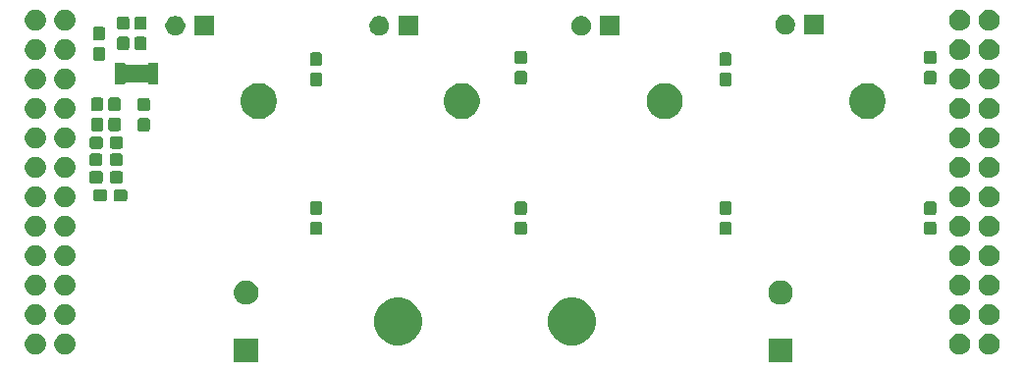
<source format=gbr>
G04 #@! TF.GenerationSoftware,KiCad,Pcbnew,(5.1.5)-3*
G04 #@! TF.CreationDate,2021-07-19T12:04:44+02:00*
G04 #@! TF.ProjectId,4xHalfBridge-VSON8,34784861-6c66-4427-9269-6467652d5653,rev?*
G04 #@! TF.SameCoordinates,Original*
G04 #@! TF.FileFunction,Soldermask,Bot*
G04 #@! TF.FilePolarity,Negative*
%FSLAX46Y46*%
G04 Gerber Fmt 4.6, Leading zero omitted, Abs format (unit mm)*
G04 Created by KiCad (PCBNEW (5.1.5)-3) date 2021-07-19 12:04:44*
%MOMM*%
%LPD*%
G04 APERTURE LIST*
%ADD10C,0.100000*%
G04 APERTURE END LIST*
D10*
G36*
X69051000Y-33551000D02*
G01*
X66949000Y-33551000D01*
X66949000Y-31449000D01*
X69051000Y-31449000D01*
X69051000Y-33551000D01*
G37*
G36*
X22951000Y-33551000D02*
G01*
X20849000Y-33551000D01*
X20849000Y-31449000D01*
X22951000Y-31449000D01*
X22951000Y-33551000D01*
G37*
G36*
X86083512Y-31053927D02*
G01*
X86232812Y-31083624D01*
X86396784Y-31151544D01*
X86544354Y-31250147D01*
X86669853Y-31375646D01*
X86768456Y-31523216D01*
X86836376Y-31687188D01*
X86871000Y-31861259D01*
X86871000Y-32038741D01*
X86836376Y-32212812D01*
X86768456Y-32376784D01*
X86669853Y-32524354D01*
X86544354Y-32649853D01*
X86396784Y-32748456D01*
X86232812Y-32816376D01*
X86083512Y-32846073D01*
X86058742Y-32851000D01*
X85881258Y-32851000D01*
X85856488Y-32846073D01*
X85707188Y-32816376D01*
X85543216Y-32748456D01*
X85395646Y-32649853D01*
X85270147Y-32524354D01*
X85171544Y-32376784D01*
X85103624Y-32212812D01*
X85069000Y-32038741D01*
X85069000Y-31861259D01*
X85103624Y-31687188D01*
X85171544Y-31523216D01*
X85270147Y-31375646D01*
X85395646Y-31250147D01*
X85543216Y-31151544D01*
X85707188Y-31083624D01*
X85856488Y-31053927D01*
X85881258Y-31049000D01*
X86058742Y-31049000D01*
X86083512Y-31053927D01*
G37*
G36*
X6393512Y-31053927D02*
G01*
X6542812Y-31083624D01*
X6706784Y-31151544D01*
X6854354Y-31250147D01*
X6979853Y-31375646D01*
X7078456Y-31523216D01*
X7146376Y-31687188D01*
X7181000Y-31861259D01*
X7181000Y-32038741D01*
X7146376Y-32212812D01*
X7078456Y-32376784D01*
X6979853Y-32524354D01*
X6854354Y-32649853D01*
X6706784Y-32748456D01*
X6542812Y-32816376D01*
X6393512Y-32846073D01*
X6368742Y-32851000D01*
X6191258Y-32851000D01*
X6166488Y-32846073D01*
X6017188Y-32816376D01*
X5853216Y-32748456D01*
X5705646Y-32649853D01*
X5580147Y-32524354D01*
X5481544Y-32376784D01*
X5413624Y-32212812D01*
X5379000Y-32038741D01*
X5379000Y-31861259D01*
X5413624Y-31687188D01*
X5481544Y-31523216D01*
X5580147Y-31375646D01*
X5705646Y-31250147D01*
X5853216Y-31151544D01*
X6017188Y-31083624D01*
X6166488Y-31053927D01*
X6191258Y-31049000D01*
X6368742Y-31049000D01*
X6393512Y-31053927D01*
G37*
G36*
X3853512Y-31053927D02*
G01*
X4002812Y-31083624D01*
X4166784Y-31151544D01*
X4314354Y-31250147D01*
X4439853Y-31375646D01*
X4538456Y-31523216D01*
X4606376Y-31687188D01*
X4641000Y-31861259D01*
X4641000Y-32038741D01*
X4606376Y-32212812D01*
X4538456Y-32376784D01*
X4439853Y-32524354D01*
X4314354Y-32649853D01*
X4166784Y-32748456D01*
X4002812Y-32816376D01*
X3853512Y-32846073D01*
X3828742Y-32851000D01*
X3651258Y-32851000D01*
X3626488Y-32846073D01*
X3477188Y-32816376D01*
X3313216Y-32748456D01*
X3165646Y-32649853D01*
X3040147Y-32524354D01*
X2941544Y-32376784D01*
X2873624Y-32212812D01*
X2839000Y-32038741D01*
X2839000Y-31861259D01*
X2873624Y-31687188D01*
X2941544Y-31523216D01*
X3040147Y-31375646D01*
X3165646Y-31250147D01*
X3313216Y-31151544D01*
X3477188Y-31083624D01*
X3626488Y-31053927D01*
X3651258Y-31049000D01*
X3828742Y-31049000D01*
X3853512Y-31053927D01*
G37*
G36*
X83543512Y-31053927D02*
G01*
X83692812Y-31083624D01*
X83856784Y-31151544D01*
X84004354Y-31250147D01*
X84129853Y-31375646D01*
X84228456Y-31523216D01*
X84296376Y-31687188D01*
X84331000Y-31861259D01*
X84331000Y-32038741D01*
X84296376Y-32212812D01*
X84228456Y-32376784D01*
X84129853Y-32524354D01*
X84004354Y-32649853D01*
X83856784Y-32748456D01*
X83692812Y-32816376D01*
X83543512Y-32846073D01*
X83518742Y-32851000D01*
X83341258Y-32851000D01*
X83316488Y-32846073D01*
X83167188Y-32816376D01*
X83003216Y-32748456D01*
X82855646Y-32649853D01*
X82730147Y-32524354D01*
X82631544Y-32376784D01*
X82563624Y-32212812D01*
X82529000Y-32038741D01*
X82529000Y-31861259D01*
X82563624Y-31687188D01*
X82631544Y-31523216D01*
X82730147Y-31375646D01*
X82855646Y-31250147D01*
X83003216Y-31151544D01*
X83167188Y-31083624D01*
X83316488Y-31053927D01*
X83341258Y-31049000D01*
X83518742Y-31049000D01*
X83543512Y-31053927D01*
G37*
G36*
X50598254Y-28027818D02*
G01*
X50971511Y-28182426D01*
X50971513Y-28182427D01*
X51307436Y-28406884D01*
X51593116Y-28692564D01*
X51688721Y-28835646D01*
X51817574Y-29028489D01*
X51972182Y-29401746D01*
X52051000Y-29797993D01*
X52051000Y-30202007D01*
X51972182Y-30598254D01*
X51817574Y-30971511D01*
X51817573Y-30971513D01*
X51593116Y-31307436D01*
X51307436Y-31593116D01*
X50971513Y-31817573D01*
X50971512Y-31817574D01*
X50971511Y-31817574D01*
X50598254Y-31972182D01*
X50202007Y-32051000D01*
X49797993Y-32051000D01*
X49401746Y-31972182D01*
X49028489Y-31817574D01*
X49028488Y-31817574D01*
X49028487Y-31817573D01*
X48692564Y-31593116D01*
X48406884Y-31307436D01*
X48182427Y-30971513D01*
X48182426Y-30971511D01*
X48027818Y-30598254D01*
X47949000Y-30202007D01*
X47949000Y-29797993D01*
X48027818Y-29401746D01*
X48182426Y-29028489D01*
X48311280Y-28835646D01*
X48406884Y-28692564D01*
X48692564Y-28406884D01*
X49028487Y-28182427D01*
X49028489Y-28182426D01*
X49401746Y-28027818D01*
X49797993Y-27949000D01*
X50202007Y-27949000D01*
X50598254Y-28027818D01*
G37*
G36*
X35598254Y-28027818D02*
G01*
X35971511Y-28182426D01*
X35971513Y-28182427D01*
X36307436Y-28406884D01*
X36593116Y-28692564D01*
X36688721Y-28835646D01*
X36817574Y-29028489D01*
X36972182Y-29401746D01*
X37051000Y-29797993D01*
X37051000Y-30202007D01*
X36972182Y-30598254D01*
X36817574Y-30971511D01*
X36817573Y-30971513D01*
X36593116Y-31307436D01*
X36307436Y-31593116D01*
X35971513Y-31817573D01*
X35971512Y-31817574D01*
X35971511Y-31817574D01*
X35598254Y-31972182D01*
X35202007Y-32051000D01*
X34797993Y-32051000D01*
X34401746Y-31972182D01*
X34028489Y-31817574D01*
X34028488Y-31817574D01*
X34028487Y-31817573D01*
X33692564Y-31593116D01*
X33406884Y-31307436D01*
X33182427Y-30971513D01*
X33182426Y-30971511D01*
X33027818Y-30598254D01*
X32949000Y-30202007D01*
X32949000Y-29797993D01*
X33027818Y-29401746D01*
X33182426Y-29028489D01*
X33311280Y-28835646D01*
X33406884Y-28692564D01*
X33692564Y-28406884D01*
X34028487Y-28182427D01*
X34028489Y-28182426D01*
X34401746Y-28027818D01*
X34797993Y-27949000D01*
X35202007Y-27949000D01*
X35598254Y-28027818D01*
G37*
G36*
X3853512Y-28513927D02*
G01*
X4002812Y-28543624D01*
X4166784Y-28611544D01*
X4314354Y-28710147D01*
X4439853Y-28835646D01*
X4538456Y-28983216D01*
X4606376Y-29147188D01*
X4641000Y-29321259D01*
X4641000Y-29498741D01*
X4606376Y-29672812D01*
X4538456Y-29836784D01*
X4439853Y-29984354D01*
X4314354Y-30109853D01*
X4166784Y-30208456D01*
X4002812Y-30276376D01*
X3853512Y-30306073D01*
X3828742Y-30311000D01*
X3651258Y-30311000D01*
X3626488Y-30306073D01*
X3477188Y-30276376D01*
X3313216Y-30208456D01*
X3165646Y-30109853D01*
X3040147Y-29984354D01*
X2941544Y-29836784D01*
X2873624Y-29672812D01*
X2839000Y-29498741D01*
X2839000Y-29321259D01*
X2873624Y-29147188D01*
X2941544Y-28983216D01*
X3040147Y-28835646D01*
X3165646Y-28710147D01*
X3313216Y-28611544D01*
X3477188Y-28543624D01*
X3626488Y-28513927D01*
X3651258Y-28509000D01*
X3828742Y-28509000D01*
X3853512Y-28513927D01*
G37*
G36*
X83543512Y-28513927D02*
G01*
X83692812Y-28543624D01*
X83856784Y-28611544D01*
X84004354Y-28710147D01*
X84129853Y-28835646D01*
X84228456Y-28983216D01*
X84296376Y-29147188D01*
X84331000Y-29321259D01*
X84331000Y-29498741D01*
X84296376Y-29672812D01*
X84228456Y-29836784D01*
X84129853Y-29984354D01*
X84004354Y-30109853D01*
X83856784Y-30208456D01*
X83692812Y-30276376D01*
X83543512Y-30306073D01*
X83518742Y-30311000D01*
X83341258Y-30311000D01*
X83316488Y-30306073D01*
X83167188Y-30276376D01*
X83003216Y-30208456D01*
X82855646Y-30109853D01*
X82730147Y-29984354D01*
X82631544Y-29836784D01*
X82563624Y-29672812D01*
X82529000Y-29498741D01*
X82529000Y-29321259D01*
X82563624Y-29147188D01*
X82631544Y-28983216D01*
X82730147Y-28835646D01*
X82855646Y-28710147D01*
X83003216Y-28611544D01*
X83167188Y-28543624D01*
X83316488Y-28513927D01*
X83341258Y-28509000D01*
X83518742Y-28509000D01*
X83543512Y-28513927D01*
G37*
G36*
X86083512Y-28513927D02*
G01*
X86232812Y-28543624D01*
X86396784Y-28611544D01*
X86544354Y-28710147D01*
X86669853Y-28835646D01*
X86768456Y-28983216D01*
X86836376Y-29147188D01*
X86871000Y-29321259D01*
X86871000Y-29498741D01*
X86836376Y-29672812D01*
X86768456Y-29836784D01*
X86669853Y-29984354D01*
X86544354Y-30109853D01*
X86396784Y-30208456D01*
X86232812Y-30276376D01*
X86083512Y-30306073D01*
X86058742Y-30311000D01*
X85881258Y-30311000D01*
X85856488Y-30306073D01*
X85707188Y-30276376D01*
X85543216Y-30208456D01*
X85395646Y-30109853D01*
X85270147Y-29984354D01*
X85171544Y-29836784D01*
X85103624Y-29672812D01*
X85069000Y-29498741D01*
X85069000Y-29321259D01*
X85103624Y-29147188D01*
X85171544Y-28983216D01*
X85270147Y-28835646D01*
X85395646Y-28710147D01*
X85543216Y-28611544D01*
X85707188Y-28543624D01*
X85856488Y-28513927D01*
X85881258Y-28509000D01*
X86058742Y-28509000D01*
X86083512Y-28513927D01*
G37*
G36*
X6393512Y-28513927D02*
G01*
X6542812Y-28543624D01*
X6706784Y-28611544D01*
X6854354Y-28710147D01*
X6979853Y-28835646D01*
X7078456Y-28983216D01*
X7146376Y-29147188D01*
X7181000Y-29321259D01*
X7181000Y-29498741D01*
X7146376Y-29672812D01*
X7078456Y-29836784D01*
X6979853Y-29984354D01*
X6854354Y-30109853D01*
X6706784Y-30208456D01*
X6542812Y-30276376D01*
X6393512Y-30306073D01*
X6368742Y-30311000D01*
X6191258Y-30311000D01*
X6166488Y-30306073D01*
X6017188Y-30276376D01*
X5853216Y-30208456D01*
X5705646Y-30109853D01*
X5580147Y-29984354D01*
X5481544Y-29836784D01*
X5413624Y-29672812D01*
X5379000Y-29498741D01*
X5379000Y-29321259D01*
X5413624Y-29147188D01*
X5481544Y-28983216D01*
X5580147Y-28835646D01*
X5705646Y-28710147D01*
X5853216Y-28611544D01*
X6017188Y-28543624D01*
X6166488Y-28513927D01*
X6191258Y-28509000D01*
X6368742Y-28509000D01*
X6393512Y-28513927D01*
G37*
G36*
X22206564Y-26489389D02*
G01*
X22397833Y-26568615D01*
X22397835Y-26568616D01*
X22569973Y-26683635D01*
X22716365Y-26830027D01*
X22802370Y-26958742D01*
X22831385Y-27002167D01*
X22910611Y-27193436D01*
X22951000Y-27396484D01*
X22951000Y-27603516D01*
X22910611Y-27806564D01*
X22851612Y-27949000D01*
X22831384Y-27997835D01*
X22716365Y-28169973D01*
X22569973Y-28316365D01*
X22397835Y-28431384D01*
X22397834Y-28431385D01*
X22397833Y-28431385D01*
X22206564Y-28510611D01*
X22003516Y-28551000D01*
X21796484Y-28551000D01*
X21593436Y-28510611D01*
X21402167Y-28431385D01*
X21402166Y-28431385D01*
X21402165Y-28431384D01*
X21230027Y-28316365D01*
X21083635Y-28169973D01*
X20968616Y-27997835D01*
X20948388Y-27949000D01*
X20889389Y-27806564D01*
X20849000Y-27603516D01*
X20849000Y-27396484D01*
X20889389Y-27193436D01*
X20968615Y-27002167D01*
X20997631Y-26958742D01*
X21083635Y-26830027D01*
X21230027Y-26683635D01*
X21402165Y-26568616D01*
X21402167Y-26568615D01*
X21593436Y-26489389D01*
X21796484Y-26449000D01*
X22003516Y-26449000D01*
X22206564Y-26489389D01*
G37*
G36*
X68306564Y-26489389D02*
G01*
X68497833Y-26568615D01*
X68497835Y-26568616D01*
X68669973Y-26683635D01*
X68816365Y-26830027D01*
X68902370Y-26958742D01*
X68931385Y-27002167D01*
X69010611Y-27193436D01*
X69051000Y-27396484D01*
X69051000Y-27603516D01*
X69010611Y-27806564D01*
X68951612Y-27949000D01*
X68931384Y-27997835D01*
X68816365Y-28169973D01*
X68669973Y-28316365D01*
X68497835Y-28431384D01*
X68497834Y-28431385D01*
X68497833Y-28431385D01*
X68306564Y-28510611D01*
X68103516Y-28551000D01*
X67896484Y-28551000D01*
X67693436Y-28510611D01*
X67502167Y-28431385D01*
X67502166Y-28431385D01*
X67502165Y-28431384D01*
X67330027Y-28316365D01*
X67183635Y-28169973D01*
X67068616Y-27997835D01*
X67048388Y-27949000D01*
X66989389Y-27806564D01*
X66949000Y-27603516D01*
X66949000Y-27396484D01*
X66989389Y-27193436D01*
X67068615Y-27002167D01*
X67097631Y-26958742D01*
X67183635Y-26830027D01*
X67330027Y-26683635D01*
X67502165Y-26568616D01*
X67502167Y-26568615D01*
X67693436Y-26489389D01*
X67896484Y-26449000D01*
X68103516Y-26449000D01*
X68306564Y-26489389D01*
G37*
G36*
X6393512Y-25973927D02*
G01*
X6542812Y-26003624D01*
X6706784Y-26071544D01*
X6854354Y-26170147D01*
X6979853Y-26295646D01*
X7078456Y-26443216D01*
X7146376Y-26607188D01*
X7181000Y-26781259D01*
X7181000Y-26958741D01*
X7146376Y-27132812D01*
X7078456Y-27296784D01*
X6979853Y-27444354D01*
X6854354Y-27569853D01*
X6706784Y-27668456D01*
X6542812Y-27736376D01*
X6393512Y-27766073D01*
X6368742Y-27771000D01*
X6191258Y-27771000D01*
X6166488Y-27766073D01*
X6017188Y-27736376D01*
X5853216Y-27668456D01*
X5705646Y-27569853D01*
X5580147Y-27444354D01*
X5481544Y-27296784D01*
X5413624Y-27132812D01*
X5379000Y-26958741D01*
X5379000Y-26781259D01*
X5413624Y-26607188D01*
X5481544Y-26443216D01*
X5580147Y-26295646D01*
X5705646Y-26170147D01*
X5853216Y-26071544D01*
X6017188Y-26003624D01*
X6166488Y-25973927D01*
X6191258Y-25969000D01*
X6368742Y-25969000D01*
X6393512Y-25973927D01*
G37*
G36*
X86083512Y-25973927D02*
G01*
X86232812Y-26003624D01*
X86396784Y-26071544D01*
X86544354Y-26170147D01*
X86669853Y-26295646D01*
X86768456Y-26443216D01*
X86836376Y-26607188D01*
X86871000Y-26781259D01*
X86871000Y-26958741D01*
X86836376Y-27132812D01*
X86768456Y-27296784D01*
X86669853Y-27444354D01*
X86544354Y-27569853D01*
X86396784Y-27668456D01*
X86232812Y-27736376D01*
X86083512Y-27766073D01*
X86058742Y-27771000D01*
X85881258Y-27771000D01*
X85856488Y-27766073D01*
X85707188Y-27736376D01*
X85543216Y-27668456D01*
X85395646Y-27569853D01*
X85270147Y-27444354D01*
X85171544Y-27296784D01*
X85103624Y-27132812D01*
X85069000Y-26958741D01*
X85069000Y-26781259D01*
X85103624Y-26607188D01*
X85171544Y-26443216D01*
X85270147Y-26295646D01*
X85395646Y-26170147D01*
X85543216Y-26071544D01*
X85707188Y-26003624D01*
X85856488Y-25973927D01*
X85881258Y-25969000D01*
X86058742Y-25969000D01*
X86083512Y-25973927D01*
G37*
G36*
X3853512Y-25973927D02*
G01*
X4002812Y-26003624D01*
X4166784Y-26071544D01*
X4314354Y-26170147D01*
X4439853Y-26295646D01*
X4538456Y-26443216D01*
X4606376Y-26607188D01*
X4641000Y-26781259D01*
X4641000Y-26958741D01*
X4606376Y-27132812D01*
X4538456Y-27296784D01*
X4439853Y-27444354D01*
X4314354Y-27569853D01*
X4166784Y-27668456D01*
X4002812Y-27736376D01*
X3853512Y-27766073D01*
X3828742Y-27771000D01*
X3651258Y-27771000D01*
X3626488Y-27766073D01*
X3477188Y-27736376D01*
X3313216Y-27668456D01*
X3165646Y-27569853D01*
X3040147Y-27444354D01*
X2941544Y-27296784D01*
X2873624Y-27132812D01*
X2839000Y-26958741D01*
X2839000Y-26781259D01*
X2873624Y-26607188D01*
X2941544Y-26443216D01*
X3040147Y-26295646D01*
X3165646Y-26170147D01*
X3313216Y-26071544D01*
X3477188Y-26003624D01*
X3626488Y-25973927D01*
X3651258Y-25969000D01*
X3828742Y-25969000D01*
X3853512Y-25973927D01*
G37*
G36*
X83543512Y-25973927D02*
G01*
X83692812Y-26003624D01*
X83856784Y-26071544D01*
X84004354Y-26170147D01*
X84129853Y-26295646D01*
X84228456Y-26443216D01*
X84296376Y-26607188D01*
X84331000Y-26781259D01*
X84331000Y-26958741D01*
X84296376Y-27132812D01*
X84228456Y-27296784D01*
X84129853Y-27444354D01*
X84004354Y-27569853D01*
X83856784Y-27668456D01*
X83692812Y-27736376D01*
X83543512Y-27766073D01*
X83518742Y-27771000D01*
X83341258Y-27771000D01*
X83316488Y-27766073D01*
X83167188Y-27736376D01*
X83003216Y-27668456D01*
X82855646Y-27569853D01*
X82730147Y-27444354D01*
X82631544Y-27296784D01*
X82563624Y-27132812D01*
X82529000Y-26958741D01*
X82529000Y-26781259D01*
X82563624Y-26607188D01*
X82631544Y-26443216D01*
X82730147Y-26295646D01*
X82855646Y-26170147D01*
X83003216Y-26071544D01*
X83167188Y-26003624D01*
X83316488Y-25973927D01*
X83341258Y-25969000D01*
X83518742Y-25969000D01*
X83543512Y-25973927D01*
G37*
G36*
X6393512Y-23433927D02*
G01*
X6542812Y-23463624D01*
X6706784Y-23531544D01*
X6854354Y-23630147D01*
X6979853Y-23755646D01*
X7078456Y-23903216D01*
X7146376Y-24067188D01*
X7181000Y-24241259D01*
X7181000Y-24418741D01*
X7146376Y-24592812D01*
X7078456Y-24756784D01*
X6979853Y-24904354D01*
X6854354Y-25029853D01*
X6706784Y-25128456D01*
X6542812Y-25196376D01*
X6393512Y-25226073D01*
X6368742Y-25231000D01*
X6191258Y-25231000D01*
X6166488Y-25226073D01*
X6017188Y-25196376D01*
X5853216Y-25128456D01*
X5705646Y-25029853D01*
X5580147Y-24904354D01*
X5481544Y-24756784D01*
X5413624Y-24592812D01*
X5379000Y-24418741D01*
X5379000Y-24241259D01*
X5413624Y-24067188D01*
X5481544Y-23903216D01*
X5580147Y-23755646D01*
X5705646Y-23630147D01*
X5853216Y-23531544D01*
X6017188Y-23463624D01*
X6166488Y-23433927D01*
X6191258Y-23429000D01*
X6368742Y-23429000D01*
X6393512Y-23433927D01*
G37*
G36*
X83543512Y-23433927D02*
G01*
X83692812Y-23463624D01*
X83856784Y-23531544D01*
X84004354Y-23630147D01*
X84129853Y-23755646D01*
X84228456Y-23903216D01*
X84296376Y-24067188D01*
X84331000Y-24241259D01*
X84331000Y-24418741D01*
X84296376Y-24592812D01*
X84228456Y-24756784D01*
X84129853Y-24904354D01*
X84004354Y-25029853D01*
X83856784Y-25128456D01*
X83692812Y-25196376D01*
X83543512Y-25226073D01*
X83518742Y-25231000D01*
X83341258Y-25231000D01*
X83316488Y-25226073D01*
X83167188Y-25196376D01*
X83003216Y-25128456D01*
X82855646Y-25029853D01*
X82730147Y-24904354D01*
X82631544Y-24756784D01*
X82563624Y-24592812D01*
X82529000Y-24418741D01*
X82529000Y-24241259D01*
X82563624Y-24067188D01*
X82631544Y-23903216D01*
X82730147Y-23755646D01*
X82855646Y-23630147D01*
X83003216Y-23531544D01*
X83167188Y-23463624D01*
X83316488Y-23433927D01*
X83341258Y-23429000D01*
X83518742Y-23429000D01*
X83543512Y-23433927D01*
G37*
G36*
X3853512Y-23433927D02*
G01*
X4002812Y-23463624D01*
X4166784Y-23531544D01*
X4314354Y-23630147D01*
X4439853Y-23755646D01*
X4538456Y-23903216D01*
X4606376Y-24067188D01*
X4641000Y-24241259D01*
X4641000Y-24418741D01*
X4606376Y-24592812D01*
X4538456Y-24756784D01*
X4439853Y-24904354D01*
X4314354Y-25029853D01*
X4166784Y-25128456D01*
X4002812Y-25196376D01*
X3853512Y-25226073D01*
X3828742Y-25231000D01*
X3651258Y-25231000D01*
X3626488Y-25226073D01*
X3477188Y-25196376D01*
X3313216Y-25128456D01*
X3165646Y-25029853D01*
X3040147Y-24904354D01*
X2941544Y-24756784D01*
X2873624Y-24592812D01*
X2839000Y-24418741D01*
X2839000Y-24241259D01*
X2873624Y-24067188D01*
X2941544Y-23903216D01*
X3040147Y-23755646D01*
X3165646Y-23630147D01*
X3313216Y-23531544D01*
X3477188Y-23463624D01*
X3626488Y-23433927D01*
X3651258Y-23429000D01*
X3828742Y-23429000D01*
X3853512Y-23433927D01*
G37*
G36*
X86083512Y-23433927D02*
G01*
X86232812Y-23463624D01*
X86396784Y-23531544D01*
X86544354Y-23630147D01*
X86669853Y-23755646D01*
X86768456Y-23903216D01*
X86836376Y-24067188D01*
X86871000Y-24241259D01*
X86871000Y-24418741D01*
X86836376Y-24592812D01*
X86768456Y-24756784D01*
X86669853Y-24904354D01*
X86544354Y-25029853D01*
X86396784Y-25128456D01*
X86232812Y-25196376D01*
X86083512Y-25226073D01*
X86058742Y-25231000D01*
X85881258Y-25231000D01*
X85856488Y-25226073D01*
X85707188Y-25196376D01*
X85543216Y-25128456D01*
X85395646Y-25029853D01*
X85270147Y-24904354D01*
X85171544Y-24756784D01*
X85103624Y-24592812D01*
X85069000Y-24418741D01*
X85069000Y-24241259D01*
X85103624Y-24067188D01*
X85171544Y-23903216D01*
X85270147Y-23755646D01*
X85395646Y-23630147D01*
X85543216Y-23531544D01*
X85707188Y-23463624D01*
X85856488Y-23433927D01*
X85881258Y-23429000D01*
X86058742Y-23429000D01*
X86083512Y-23433927D01*
G37*
G36*
X86083512Y-20893927D02*
G01*
X86232812Y-20923624D01*
X86396784Y-20991544D01*
X86544354Y-21090147D01*
X86669853Y-21215646D01*
X86768456Y-21363216D01*
X86836376Y-21527188D01*
X86871000Y-21701259D01*
X86871000Y-21878741D01*
X86836376Y-22052812D01*
X86768456Y-22216784D01*
X86669853Y-22364354D01*
X86544354Y-22489853D01*
X86396784Y-22588456D01*
X86232812Y-22656376D01*
X86083512Y-22686073D01*
X86058742Y-22691000D01*
X85881258Y-22691000D01*
X85856488Y-22686073D01*
X85707188Y-22656376D01*
X85543216Y-22588456D01*
X85395646Y-22489853D01*
X85270147Y-22364354D01*
X85171544Y-22216784D01*
X85103624Y-22052812D01*
X85069000Y-21878741D01*
X85069000Y-21701259D01*
X85103624Y-21527188D01*
X85171544Y-21363216D01*
X85270147Y-21215646D01*
X85395646Y-21090147D01*
X85543216Y-20991544D01*
X85707188Y-20923624D01*
X85856488Y-20893927D01*
X85881258Y-20889000D01*
X86058742Y-20889000D01*
X86083512Y-20893927D01*
G37*
G36*
X6393512Y-20893927D02*
G01*
X6542812Y-20923624D01*
X6706784Y-20991544D01*
X6854354Y-21090147D01*
X6979853Y-21215646D01*
X7078456Y-21363216D01*
X7146376Y-21527188D01*
X7181000Y-21701259D01*
X7181000Y-21878741D01*
X7146376Y-22052812D01*
X7078456Y-22216784D01*
X6979853Y-22364354D01*
X6854354Y-22489853D01*
X6706784Y-22588456D01*
X6542812Y-22656376D01*
X6393512Y-22686073D01*
X6368742Y-22691000D01*
X6191258Y-22691000D01*
X6166488Y-22686073D01*
X6017188Y-22656376D01*
X5853216Y-22588456D01*
X5705646Y-22489853D01*
X5580147Y-22364354D01*
X5481544Y-22216784D01*
X5413624Y-22052812D01*
X5379000Y-21878741D01*
X5379000Y-21701259D01*
X5413624Y-21527188D01*
X5481544Y-21363216D01*
X5580147Y-21215646D01*
X5705646Y-21090147D01*
X5853216Y-20991544D01*
X6017188Y-20923624D01*
X6166488Y-20893927D01*
X6191258Y-20889000D01*
X6368742Y-20889000D01*
X6393512Y-20893927D01*
G37*
G36*
X83543512Y-20893927D02*
G01*
X83692812Y-20923624D01*
X83856784Y-20991544D01*
X84004354Y-21090147D01*
X84129853Y-21215646D01*
X84228456Y-21363216D01*
X84296376Y-21527188D01*
X84331000Y-21701259D01*
X84331000Y-21878741D01*
X84296376Y-22052812D01*
X84228456Y-22216784D01*
X84129853Y-22364354D01*
X84004354Y-22489853D01*
X83856784Y-22588456D01*
X83692812Y-22656376D01*
X83543512Y-22686073D01*
X83518742Y-22691000D01*
X83341258Y-22691000D01*
X83316488Y-22686073D01*
X83167188Y-22656376D01*
X83003216Y-22588456D01*
X82855646Y-22489853D01*
X82730147Y-22364354D01*
X82631544Y-22216784D01*
X82563624Y-22052812D01*
X82529000Y-21878741D01*
X82529000Y-21701259D01*
X82563624Y-21527188D01*
X82631544Y-21363216D01*
X82730147Y-21215646D01*
X82855646Y-21090147D01*
X83003216Y-20991544D01*
X83167188Y-20923624D01*
X83316488Y-20893927D01*
X83341258Y-20889000D01*
X83518742Y-20889000D01*
X83543512Y-20893927D01*
G37*
G36*
X3853512Y-20893927D02*
G01*
X4002812Y-20923624D01*
X4166784Y-20991544D01*
X4314354Y-21090147D01*
X4439853Y-21215646D01*
X4538456Y-21363216D01*
X4606376Y-21527188D01*
X4641000Y-21701259D01*
X4641000Y-21878741D01*
X4606376Y-22052812D01*
X4538456Y-22216784D01*
X4439853Y-22364354D01*
X4314354Y-22489853D01*
X4166784Y-22588456D01*
X4002812Y-22656376D01*
X3853512Y-22686073D01*
X3828742Y-22691000D01*
X3651258Y-22691000D01*
X3626488Y-22686073D01*
X3477188Y-22656376D01*
X3313216Y-22588456D01*
X3165646Y-22489853D01*
X3040147Y-22364354D01*
X2941544Y-22216784D01*
X2873624Y-22052812D01*
X2839000Y-21878741D01*
X2839000Y-21701259D01*
X2873624Y-21527188D01*
X2941544Y-21363216D01*
X3040147Y-21215646D01*
X3165646Y-21090147D01*
X3313216Y-20991544D01*
X3477188Y-20923624D01*
X3626488Y-20893927D01*
X3651258Y-20889000D01*
X3828742Y-20889000D01*
X3853512Y-20893927D01*
G37*
G36*
X63611165Y-21403445D02*
G01*
X63648661Y-21414820D01*
X63683220Y-21433292D01*
X63713513Y-21458153D01*
X63738374Y-21488446D01*
X63756846Y-21523005D01*
X63768221Y-21560501D01*
X63772666Y-21605638D01*
X63772666Y-22344362D01*
X63768221Y-22389499D01*
X63756846Y-22426995D01*
X63738374Y-22461554D01*
X63713513Y-22491847D01*
X63683220Y-22516708D01*
X63648661Y-22535180D01*
X63611165Y-22546555D01*
X63566028Y-22551000D01*
X62927304Y-22551000D01*
X62882167Y-22546555D01*
X62844671Y-22535180D01*
X62810112Y-22516708D01*
X62779819Y-22491847D01*
X62754958Y-22461554D01*
X62736486Y-22426995D01*
X62725111Y-22389499D01*
X62720666Y-22344362D01*
X62720666Y-21605638D01*
X62725111Y-21560501D01*
X62736486Y-21523005D01*
X62754958Y-21488446D01*
X62779819Y-21458153D01*
X62810112Y-21433292D01*
X62844671Y-21414820D01*
X62882167Y-21403445D01*
X62927304Y-21399000D01*
X63566028Y-21399000D01*
X63611165Y-21403445D01*
G37*
G36*
X28304499Y-21403445D02*
G01*
X28341995Y-21414820D01*
X28376554Y-21433292D01*
X28406847Y-21458153D01*
X28431708Y-21488446D01*
X28450180Y-21523005D01*
X28461555Y-21560501D01*
X28466000Y-21605638D01*
X28466000Y-22344362D01*
X28461555Y-22389499D01*
X28450180Y-22426995D01*
X28431708Y-22461554D01*
X28406847Y-22491847D01*
X28376554Y-22516708D01*
X28341995Y-22535180D01*
X28304499Y-22546555D01*
X28259362Y-22551000D01*
X27620638Y-22551000D01*
X27575501Y-22546555D01*
X27538005Y-22535180D01*
X27503446Y-22516708D01*
X27473153Y-22491847D01*
X27448292Y-22461554D01*
X27429820Y-22426995D01*
X27418445Y-22389499D01*
X27414000Y-22344362D01*
X27414000Y-21605638D01*
X27418445Y-21560501D01*
X27429820Y-21523005D01*
X27448292Y-21488446D01*
X27473153Y-21458153D01*
X27503446Y-21433292D01*
X27538005Y-21414820D01*
X27575501Y-21403445D01*
X27620638Y-21399000D01*
X28259362Y-21399000D01*
X28304499Y-21403445D01*
G37*
G36*
X45957832Y-21403445D02*
G01*
X45995328Y-21414820D01*
X46029887Y-21433292D01*
X46060180Y-21458153D01*
X46085041Y-21488446D01*
X46103513Y-21523005D01*
X46114888Y-21560501D01*
X46119333Y-21605638D01*
X46119333Y-22344362D01*
X46114888Y-22389499D01*
X46103513Y-22426995D01*
X46085041Y-22461554D01*
X46060180Y-22491847D01*
X46029887Y-22516708D01*
X45995328Y-22535180D01*
X45957832Y-22546555D01*
X45912695Y-22551000D01*
X45273971Y-22551000D01*
X45228834Y-22546555D01*
X45191338Y-22535180D01*
X45156779Y-22516708D01*
X45126486Y-22491847D01*
X45101625Y-22461554D01*
X45083153Y-22426995D01*
X45071778Y-22389499D01*
X45067333Y-22344362D01*
X45067333Y-21605638D01*
X45071778Y-21560501D01*
X45083153Y-21523005D01*
X45101625Y-21488446D01*
X45126486Y-21458153D01*
X45156779Y-21433292D01*
X45191338Y-21414820D01*
X45228834Y-21403445D01*
X45273971Y-21399000D01*
X45912695Y-21399000D01*
X45957832Y-21403445D01*
G37*
G36*
X81264499Y-21403445D02*
G01*
X81301995Y-21414820D01*
X81336554Y-21433292D01*
X81366847Y-21458153D01*
X81391708Y-21488446D01*
X81410180Y-21523005D01*
X81421555Y-21560501D01*
X81426000Y-21605638D01*
X81426000Y-22344362D01*
X81421555Y-22389499D01*
X81410180Y-22426995D01*
X81391708Y-22461554D01*
X81366847Y-22491847D01*
X81336554Y-22516708D01*
X81301995Y-22535180D01*
X81264499Y-22546555D01*
X81219362Y-22551000D01*
X80580638Y-22551000D01*
X80535501Y-22546555D01*
X80498005Y-22535180D01*
X80463446Y-22516708D01*
X80433153Y-22491847D01*
X80408292Y-22461554D01*
X80389820Y-22426995D01*
X80378445Y-22389499D01*
X80374000Y-22344362D01*
X80374000Y-21605638D01*
X80378445Y-21560501D01*
X80389820Y-21523005D01*
X80408292Y-21488446D01*
X80433153Y-21458153D01*
X80463446Y-21433292D01*
X80498005Y-21414820D01*
X80535501Y-21403445D01*
X80580638Y-21399000D01*
X81219362Y-21399000D01*
X81264499Y-21403445D01*
G37*
G36*
X81264499Y-19653445D02*
G01*
X81301995Y-19664820D01*
X81336554Y-19683292D01*
X81366847Y-19708153D01*
X81391708Y-19738446D01*
X81410180Y-19773005D01*
X81421555Y-19810501D01*
X81426000Y-19855638D01*
X81426000Y-20594362D01*
X81421555Y-20639499D01*
X81410180Y-20676995D01*
X81391708Y-20711554D01*
X81366847Y-20741847D01*
X81336554Y-20766708D01*
X81301995Y-20785180D01*
X81264499Y-20796555D01*
X81219362Y-20801000D01*
X80580638Y-20801000D01*
X80535501Y-20796555D01*
X80498005Y-20785180D01*
X80463446Y-20766708D01*
X80433153Y-20741847D01*
X80408292Y-20711554D01*
X80389820Y-20676995D01*
X80378445Y-20639499D01*
X80374000Y-20594362D01*
X80374000Y-19855638D01*
X80378445Y-19810501D01*
X80389820Y-19773005D01*
X80408292Y-19738446D01*
X80433153Y-19708153D01*
X80463446Y-19683292D01*
X80498005Y-19664820D01*
X80535501Y-19653445D01*
X80580638Y-19649000D01*
X81219362Y-19649000D01*
X81264499Y-19653445D01*
G37*
G36*
X28304499Y-19653445D02*
G01*
X28341995Y-19664820D01*
X28376554Y-19683292D01*
X28406847Y-19708153D01*
X28431708Y-19738446D01*
X28450180Y-19773005D01*
X28461555Y-19810501D01*
X28466000Y-19855638D01*
X28466000Y-20594362D01*
X28461555Y-20639499D01*
X28450180Y-20676995D01*
X28431708Y-20711554D01*
X28406847Y-20741847D01*
X28376554Y-20766708D01*
X28341995Y-20785180D01*
X28304499Y-20796555D01*
X28259362Y-20801000D01*
X27620638Y-20801000D01*
X27575501Y-20796555D01*
X27538005Y-20785180D01*
X27503446Y-20766708D01*
X27473153Y-20741847D01*
X27448292Y-20711554D01*
X27429820Y-20676995D01*
X27418445Y-20639499D01*
X27414000Y-20594362D01*
X27414000Y-19855638D01*
X27418445Y-19810501D01*
X27429820Y-19773005D01*
X27448292Y-19738446D01*
X27473153Y-19708153D01*
X27503446Y-19683292D01*
X27538005Y-19664820D01*
X27575501Y-19653445D01*
X27620638Y-19649000D01*
X28259362Y-19649000D01*
X28304499Y-19653445D01*
G37*
G36*
X45957832Y-19653445D02*
G01*
X45995328Y-19664820D01*
X46029887Y-19683292D01*
X46060180Y-19708153D01*
X46085041Y-19738446D01*
X46103513Y-19773005D01*
X46114888Y-19810501D01*
X46119333Y-19855638D01*
X46119333Y-20594362D01*
X46114888Y-20639499D01*
X46103513Y-20676995D01*
X46085041Y-20711554D01*
X46060180Y-20741847D01*
X46029887Y-20766708D01*
X45995328Y-20785180D01*
X45957832Y-20796555D01*
X45912695Y-20801000D01*
X45273971Y-20801000D01*
X45228834Y-20796555D01*
X45191338Y-20785180D01*
X45156779Y-20766708D01*
X45126486Y-20741847D01*
X45101625Y-20711554D01*
X45083153Y-20676995D01*
X45071778Y-20639499D01*
X45067333Y-20594362D01*
X45067333Y-19855638D01*
X45071778Y-19810501D01*
X45083153Y-19773005D01*
X45101625Y-19738446D01*
X45126486Y-19708153D01*
X45156779Y-19683292D01*
X45191338Y-19664820D01*
X45228834Y-19653445D01*
X45273971Y-19649000D01*
X45912695Y-19649000D01*
X45957832Y-19653445D01*
G37*
G36*
X63611165Y-19653445D02*
G01*
X63648661Y-19664820D01*
X63683220Y-19683292D01*
X63713513Y-19708153D01*
X63738374Y-19738446D01*
X63756846Y-19773005D01*
X63768221Y-19810501D01*
X63772666Y-19855638D01*
X63772666Y-20594362D01*
X63768221Y-20639499D01*
X63756846Y-20676995D01*
X63738374Y-20711554D01*
X63713513Y-20741847D01*
X63683220Y-20766708D01*
X63648661Y-20785180D01*
X63611165Y-20796555D01*
X63566028Y-20801000D01*
X62927304Y-20801000D01*
X62882167Y-20796555D01*
X62844671Y-20785180D01*
X62810112Y-20766708D01*
X62779819Y-20741847D01*
X62754958Y-20711554D01*
X62736486Y-20676995D01*
X62725111Y-20639499D01*
X62720666Y-20594362D01*
X62720666Y-19855638D01*
X62725111Y-19810501D01*
X62736486Y-19773005D01*
X62754958Y-19738446D01*
X62779819Y-19708153D01*
X62810112Y-19683292D01*
X62844671Y-19664820D01*
X62882167Y-19653445D01*
X62927304Y-19649000D01*
X63566028Y-19649000D01*
X63611165Y-19653445D01*
G37*
G36*
X86083512Y-18353927D02*
G01*
X86232812Y-18383624D01*
X86396784Y-18451544D01*
X86544354Y-18550147D01*
X86669853Y-18675646D01*
X86768456Y-18823216D01*
X86836376Y-18987188D01*
X86871000Y-19161259D01*
X86871000Y-19338741D01*
X86836376Y-19512812D01*
X86768456Y-19676784D01*
X86669853Y-19824354D01*
X86544354Y-19949853D01*
X86396784Y-20048456D01*
X86232812Y-20116376D01*
X86083512Y-20146073D01*
X86058742Y-20151000D01*
X85881258Y-20151000D01*
X85856488Y-20146073D01*
X85707188Y-20116376D01*
X85543216Y-20048456D01*
X85395646Y-19949853D01*
X85270147Y-19824354D01*
X85171544Y-19676784D01*
X85103624Y-19512812D01*
X85069000Y-19338741D01*
X85069000Y-19161259D01*
X85103624Y-18987188D01*
X85171544Y-18823216D01*
X85270147Y-18675646D01*
X85395646Y-18550147D01*
X85543216Y-18451544D01*
X85707188Y-18383624D01*
X85856488Y-18353927D01*
X85881258Y-18349000D01*
X86058742Y-18349000D01*
X86083512Y-18353927D01*
G37*
G36*
X83543512Y-18353927D02*
G01*
X83692812Y-18383624D01*
X83856784Y-18451544D01*
X84004354Y-18550147D01*
X84129853Y-18675646D01*
X84228456Y-18823216D01*
X84296376Y-18987188D01*
X84331000Y-19161259D01*
X84331000Y-19338741D01*
X84296376Y-19512812D01*
X84228456Y-19676784D01*
X84129853Y-19824354D01*
X84004354Y-19949853D01*
X83856784Y-20048456D01*
X83692812Y-20116376D01*
X83543512Y-20146073D01*
X83518742Y-20151000D01*
X83341258Y-20151000D01*
X83316488Y-20146073D01*
X83167188Y-20116376D01*
X83003216Y-20048456D01*
X82855646Y-19949853D01*
X82730147Y-19824354D01*
X82631544Y-19676784D01*
X82563624Y-19512812D01*
X82529000Y-19338741D01*
X82529000Y-19161259D01*
X82563624Y-18987188D01*
X82631544Y-18823216D01*
X82730147Y-18675646D01*
X82855646Y-18550147D01*
X83003216Y-18451544D01*
X83167188Y-18383624D01*
X83316488Y-18353927D01*
X83341258Y-18349000D01*
X83518742Y-18349000D01*
X83543512Y-18353927D01*
G37*
G36*
X6393512Y-18353927D02*
G01*
X6542812Y-18383624D01*
X6706784Y-18451544D01*
X6854354Y-18550147D01*
X6979853Y-18675646D01*
X7078456Y-18823216D01*
X7146376Y-18987188D01*
X7181000Y-19161259D01*
X7181000Y-19338741D01*
X7146376Y-19512812D01*
X7078456Y-19676784D01*
X6979853Y-19824354D01*
X6854354Y-19949853D01*
X6706784Y-20048456D01*
X6542812Y-20116376D01*
X6393512Y-20146073D01*
X6368742Y-20151000D01*
X6191258Y-20151000D01*
X6166488Y-20146073D01*
X6017188Y-20116376D01*
X5853216Y-20048456D01*
X5705646Y-19949853D01*
X5580147Y-19824354D01*
X5481544Y-19676784D01*
X5413624Y-19512812D01*
X5379000Y-19338741D01*
X5379000Y-19161259D01*
X5413624Y-18987188D01*
X5481544Y-18823216D01*
X5580147Y-18675646D01*
X5705646Y-18550147D01*
X5853216Y-18451544D01*
X6017188Y-18383624D01*
X6166488Y-18353927D01*
X6191258Y-18349000D01*
X6368742Y-18349000D01*
X6393512Y-18353927D01*
G37*
G36*
X3853512Y-18353927D02*
G01*
X4002812Y-18383624D01*
X4166784Y-18451544D01*
X4314354Y-18550147D01*
X4439853Y-18675646D01*
X4538456Y-18823216D01*
X4606376Y-18987188D01*
X4641000Y-19161259D01*
X4641000Y-19338741D01*
X4606376Y-19512812D01*
X4538456Y-19676784D01*
X4439853Y-19824354D01*
X4314354Y-19949853D01*
X4166784Y-20048456D01*
X4002812Y-20116376D01*
X3853512Y-20146073D01*
X3828742Y-20151000D01*
X3651258Y-20151000D01*
X3626488Y-20146073D01*
X3477188Y-20116376D01*
X3313216Y-20048456D01*
X3165646Y-19949853D01*
X3040147Y-19824354D01*
X2941544Y-19676784D01*
X2873624Y-19512812D01*
X2839000Y-19338741D01*
X2839000Y-19161259D01*
X2873624Y-18987188D01*
X2941544Y-18823216D01*
X3040147Y-18675646D01*
X3165646Y-18550147D01*
X3313216Y-18451544D01*
X3477188Y-18383624D01*
X3626488Y-18353927D01*
X3651258Y-18349000D01*
X3828742Y-18349000D01*
X3853512Y-18353927D01*
G37*
G36*
X9739499Y-18608445D02*
G01*
X9776995Y-18619820D01*
X9811554Y-18638292D01*
X9841847Y-18663153D01*
X9866708Y-18693446D01*
X9885180Y-18728005D01*
X9896555Y-18765501D01*
X9901000Y-18810638D01*
X9901000Y-19449362D01*
X9896555Y-19494499D01*
X9885180Y-19531995D01*
X9866708Y-19566554D01*
X9841847Y-19596847D01*
X9811554Y-19621708D01*
X9776995Y-19640180D01*
X9739499Y-19651555D01*
X9694362Y-19656000D01*
X8955638Y-19656000D01*
X8910501Y-19651555D01*
X8873005Y-19640180D01*
X8838446Y-19621708D01*
X8808153Y-19596847D01*
X8783292Y-19566554D01*
X8764820Y-19531995D01*
X8753445Y-19494499D01*
X8749000Y-19449362D01*
X8749000Y-18810638D01*
X8753445Y-18765501D01*
X8764820Y-18728005D01*
X8783292Y-18693446D01*
X8808153Y-18663153D01*
X8838446Y-18638292D01*
X8873005Y-18619820D01*
X8910501Y-18608445D01*
X8955638Y-18604000D01*
X9694362Y-18604000D01*
X9739499Y-18608445D01*
G37*
G36*
X11489499Y-18608445D02*
G01*
X11526995Y-18619820D01*
X11561554Y-18638292D01*
X11591847Y-18663153D01*
X11616708Y-18693446D01*
X11635180Y-18728005D01*
X11646555Y-18765501D01*
X11651000Y-18810638D01*
X11651000Y-19449362D01*
X11646555Y-19494499D01*
X11635180Y-19531995D01*
X11616708Y-19566554D01*
X11591847Y-19596847D01*
X11561554Y-19621708D01*
X11526995Y-19640180D01*
X11489499Y-19651555D01*
X11444362Y-19656000D01*
X10705638Y-19656000D01*
X10660501Y-19651555D01*
X10623005Y-19640180D01*
X10588446Y-19621708D01*
X10558153Y-19596847D01*
X10533292Y-19566554D01*
X10514820Y-19531995D01*
X10503445Y-19494499D01*
X10499000Y-19449362D01*
X10499000Y-18810638D01*
X10503445Y-18765501D01*
X10514820Y-18728005D01*
X10533292Y-18693446D01*
X10558153Y-18663153D01*
X10588446Y-18638292D01*
X10623005Y-18619820D01*
X10660501Y-18608445D01*
X10705638Y-18604000D01*
X11444362Y-18604000D01*
X11489499Y-18608445D01*
G37*
G36*
X9379499Y-17048445D02*
G01*
X9416995Y-17059820D01*
X9451554Y-17078292D01*
X9481847Y-17103153D01*
X9506708Y-17133446D01*
X9525180Y-17168005D01*
X9536555Y-17205501D01*
X9541000Y-17250638D01*
X9541000Y-17889362D01*
X9536555Y-17934499D01*
X9525180Y-17971995D01*
X9506708Y-18006554D01*
X9481847Y-18036847D01*
X9451554Y-18061708D01*
X9416995Y-18080180D01*
X9379499Y-18091555D01*
X9334362Y-18096000D01*
X8595638Y-18096000D01*
X8550501Y-18091555D01*
X8513005Y-18080180D01*
X8478446Y-18061708D01*
X8448153Y-18036847D01*
X8423292Y-18006554D01*
X8404820Y-17971995D01*
X8393445Y-17934499D01*
X8389000Y-17889362D01*
X8389000Y-17250638D01*
X8393445Y-17205501D01*
X8404820Y-17168005D01*
X8423292Y-17133446D01*
X8448153Y-17103153D01*
X8478446Y-17078292D01*
X8513005Y-17059820D01*
X8550501Y-17048445D01*
X8595638Y-17044000D01*
X9334362Y-17044000D01*
X9379499Y-17048445D01*
G37*
G36*
X11129499Y-17048445D02*
G01*
X11166995Y-17059820D01*
X11201554Y-17078292D01*
X11231847Y-17103153D01*
X11256708Y-17133446D01*
X11275180Y-17168005D01*
X11286555Y-17205501D01*
X11291000Y-17250638D01*
X11291000Y-17889362D01*
X11286555Y-17934499D01*
X11275180Y-17971995D01*
X11256708Y-18006554D01*
X11231847Y-18036847D01*
X11201554Y-18061708D01*
X11166995Y-18080180D01*
X11129499Y-18091555D01*
X11084362Y-18096000D01*
X10345638Y-18096000D01*
X10300501Y-18091555D01*
X10263005Y-18080180D01*
X10228446Y-18061708D01*
X10198153Y-18036847D01*
X10173292Y-18006554D01*
X10154820Y-17971995D01*
X10143445Y-17934499D01*
X10139000Y-17889362D01*
X10139000Y-17250638D01*
X10143445Y-17205501D01*
X10154820Y-17168005D01*
X10173292Y-17133446D01*
X10198153Y-17103153D01*
X10228446Y-17078292D01*
X10263005Y-17059820D01*
X10300501Y-17048445D01*
X10345638Y-17044000D01*
X11084362Y-17044000D01*
X11129499Y-17048445D01*
G37*
G36*
X3853512Y-15813927D02*
G01*
X4002812Y-15843624D01*
X4166784Y-15911544D01*
X4314354Y-16010147D01*
X4439853Y-16135646D01*
X4538456Y-16283216D01*
X4606376Y-16447188D01*
X4641000Y-16621259D01*
X4641000Y-16798741D01*
X4606376Y-16972812D01*
X4538456Y-17136784D01*
X4439853Y-17284354D01*
X4314354Y-17409853D01*
X4166784Y-17508456D01*
X4002812Y-17576376D01*
X3853512Y-17606073D01*
X3828742Y-17611000D01*
X3651258Y-17611000D01*
X3626488Y-17606073D01*
X3477188Y-17576376D01*
X3313216Y-17508456D01*
X3165646Y-17409853D01*
X3040147Y-17284354D01*
X2941544Y-17136784D01*
X2873624Y-16972812D01*
X2839000Y-16798741D01*
X2839000Y-16621259D01*
X2873624Y-16447188D01*
X2941544Y-16283216D01*
X3040147Y-16135646D01*
X3165646Y-16010147D01*
X3313216Y-15911544D01*
X3477188Y-15843624D01*
X3626488Y-15813927D01*
X3651258Y-15809000D01*
X3828742Y-15809000D01*
X3853512Y-15813927D01*
G37*
G36*
X83543512Y-15813927D02*
G01*
X83692812Y-15843624D01*
X83856784Y-15911544D01*
X84004354Y-16010147D01*
X84129853Y-16135646D01*
X84228456Y-16283216D01*
X84296376Y-16447188D01*
X84331000Y-16621259D01*
X84331000Y-16798741D01*
X84296376Y-16972812D01*
X84228456Y-17136784D01*
X84129853Y-17284354D01*
X84004354Y-17409853D01*
X83856784Y-17508456D01*
X83692812Y-17576376D01*
X83543512Y-17606073D01*
X83518742Y-17611000D01*
X83341258Y-17611000D01*
X83316488Y-17606073D01*
X83167188Y-17576376D01*
X83003216Y-17508456D01*
X82855646Y-17409853D01*
X82730147Y-17284354D01*
X82631544Y-17136784D01*
X82563624Y-16972812D01*
X82529000Y-16798741D01*
X82529000Y-16621259D01*
X82563624Y-16447188D01*
X82631544Y-16283216D01*
X82730147Y-16135646D01*
X82855646Y-16010147D01*
X83003216Y-15911544D01*
X83167188Y-15843624D01*
X83316488Y-15813927D01*
X83341258Y-15809000D01*
X83518742Y-15809000D01*
X83543512Y-15813927D01*
G37*
G36*
X6393512Y-15813927D02*
G01*
X6542812Y-15843624D01*
X6706784Y-15911544D01*
X6854354Y-16010147D01*
X6979853Y-16135646D01*
X7078456Y-16283216D01*
X7146376Y-16447188D01*
X7181000Y-16621259D01*
X7181000Y-16798741D01*
X7146376Y-16972812D01*
X7078456Y-17136784D01*
X6979853Y-17284354D01*
X6854354Y-17409853D01*
X6706784Y-17508456D01*
X6542812Y-17576376D01*
X6393512Y-17606073D01*
X6368742Y-17611000D01*
X6191258Y-17611000D01*
X6166488Y-17606073D01*
X6017188Y-17576376D01*
X5853216Y-17508456D01*
X5705646Y-17409853D01*
X5580147Y-17284354D01*
X5481544Y-17136784D01*
X5413624Y-16972812D01*
X5379000Y-16798741D01*
X5379000Y-16621259D01*
X5413624Y-16447188D01*
X5481544Y-16283216D01*
X5580147Y-16135646D01*
X5705646Y-16010147D01*
X5853216Y-15911544D01*
X6017188Y-15843624D01*
X6166488Y-15813927D01*
X6191258Y-15809000D01*
X6368742Y-15809000D01*
X6393512Y-15813927D01*
G37*
G36*
X86083512Y-15813927D02*
G01*
X86232812Y-15843624D01*
X86396784Y-15911544D01*
X86544354Y-16010147D01*
X86669853Y-16135646D01*
X86768456Y-16283216D01*
X86836376Y-16447188D01*
X86871000Y-16621259D01*
X86871000Y-16798741D01*
X86836376Y-16972812D01*
X86768456Y-17136784D01*
X86669853Y-17284354D01*
X86544354Y-17409853D01*
X86396784Y-17508456D01*
X86232812Y-17576376D01*
X86083512Y-17606073D01*
X86058742Y-17611000D01*
X85881258Y-17611000D01*
X85856488Y-17606073D01*
X85707188Y-17576376D01*
X85543216Y-17508456D01*
X85395646Y-17409853D01*
X85270147Y-17284354D01*
X85171544Y-17136784D01*
X85103624Y-16972812D01*
X85069000Y-16798741D01*
X85069000Y-16621259D01*
X85103624Y-16447188D01*
X85171544Y-16283216D01*
X85270147Y-16135646D01*
X85395646Y-16010147D01*
X85543216Y-15911544D01*
X85707188Y-15843624D01*
X85856488Y-15813927D01*
X85881258Y-15809000D01*
X86058742Y-15809000D01*
X86083512Y-15813927D01*
G37*
G36*
X11119499Y-15528445D02*
G01*
X11156995Y-15539820D01*
X11191554Y-15558292D01*
X11221847Y-15583153D01*
X11246708Y-15613446D01*
X11265180Y-15648005D01*
X11276555Y-15685501D01*
X11281000Y-15730638D01*
X11281000Y-16369362D01*
X11276555Y-16414499D01*
X11265180Y-16451995D01*
X11246708Y-16486554D01*
X11221847Y-16516847D01*
X11191554Y-16541708D01*
X11156995Y-16560180D01*
X11119499Y-16571555D01*
X11074362Y-16576000D01*
X10335638Y-16576000D01*
X10290501Y-16571555D01*
X10253005Y-16560180D01*
X10218446Y-16541708D01*
X10188153Y-16516847D01*
X10163292Y-16486554D01*
X10144820Y-16451995D01*
X10133445Y-16414499D01*
X10129000Y-16369362D01*
X10129000Y-15730638D01*
X10133445Y-15685501D01*
X10144820Y-15648005D01*
X10163292Y-15613446D01*
X10188153Y-15583153D01*
X10218446Y-15558292D01*
X10253005Y-15539820D01*
X10290501Y-15528445D01*
X10335638Y-15524000D01*
X11074362Y-15524000D01*
X11119499Y-15528445D01*
G37*
G36*
X9369499Y-15528445D02*
G01*
X9406995Y-15539820D01*
X9441554Y-15558292D01*
X9471847Y-15583153D01*
X9496708Y-15613446D01*
X9515180Y-15648005D01*
X9526555Y-15685501D01*
X9531000Y-15730638D01*
X9531000Y-16369362D01*
X9526555Y-16414499D01*
X9515180Y-16451995D01*
X9496708Y-16486554D01*
X9471847Y-16516847D01*
X9441554Y-16541708D01*
X9406995Y-16560180D01*
X9369499Y-16571555D01*
X9324362Y-16576000D01*
X8585638Y-16576000D01*
X8540501Y-16571555D01*
X8503005Y-16560180D01*
X8468446Y-16541708D01*
X8438153Y-16516847D01*
X8413292Y-16486554D01*
X8394820Y-16451995D01*
X8383445Y-16414499D01*
X8379000Y-16369362D01*
X8379000Y-15730638D01*
X8383445Y-15685501D01*
X8394820Y-15648005D01*
X8413292Y-15613446D01*
X8438153Y-15583153D01*
X8468446Y-15558292D01*
X8503005Y-15539820D01*
X8540501Y-15528445D01*
X8585638Y-15524000D01*
X9324362Y-15524000D01*
X9369499Y-15528445D01*
G37*
G36*
X11139499Y-14058445D02*
G01*
X11176995Y-14069820D01*
X11211554Y-14088292D01*
X11241847Y-14113153D01*
X11266708Y-14143446D01*
X11285180Y-14178005D01*
X11296555Y-14215501D01*
X11301000Y-14260638D01*
X11301000Y-14899362D01*
X11296555Y-14944499D01*
X11285180Y-14981995D01*
X11266708Y-15016554D01*
X11241847Y-15046847D01*
X11211554Y-15071708D01*
X11176995Y-15090180D01*
X11139499Y-15101555D01*
X11094362Y-15106000D01*
X10355638Y-15106000D01*
X10310501Y-15101555D01*
X10273005Y-15090180D01*
X10238446Y-15071708D01*
X10208153Y-15046847D01*
X10183292Y-15016554D01*
X10164820Y-14981995D01*
X10153445Y-14944499D01*
X10149000Y-14899362D01*
X10149000Y-14260638D01*
X10153445Y-14215501D01*
X10164820Y-14178005D01*
X10183292Y-14143446D01*
X10208153Y-14113153D01*
X10238446Y-14088292D01*
X10273005Y-14069820D01*
X10310501Y-14058445D01*
X10355638Y-14054000D01*
X11094362Y-14054000D01*
X11139499Y-14058445D01*
G37*
G36*
X9389499Y-14058445D02*
G01*
X9426995Y-14069820D01*
X9461554Y-14088292D01*
X9491847Y-14113153D01*
X9516708Y-14143446D01*
X9535180Y-14178005D01*
X9546555Y-14215501D01*
X9551000Y-14260638D01*
X9551000Y-14899362D01*
X9546555Y-14944499D01*
X9535180Y-14981995D01*
X9516708Y-15016554D01*
X9491847Y-15046847D01*
X9461554Y-15071708D01*
X9426995Y-15090180D01*
X9389499Y-15101555D01*
X9344362Y-15106000D01*
X8605638Y-15106000D01*
X8560501Y-15101555D01*
X8523005Y-15090180D01*
X8488446Y-15071708D01*
X8458153Y-15046847D01*
X8433292Y-15016554D01*
X8414820Y-14981995D01*
X8403445Y-14944499D01*
X8399000Y-14899362D01*
X8399000Y-14260638D01*
X8403445Y-14215501D01*
X8414820Y-14178005D01*
X8433292Y-14143446D01*
X8458153Y-14113153D01*
X8488446Y-14088292D01*
X8523005Y-14069820D01*
X8560501Y-14058445D01*
X8605638Y-14054000D01*
X9344362Y-14054000D01*
X9389499Y-14058445D01*
G37*
G36*
X83543512Y-13273927D02*
G01*
X83692812Y-13303624D01*
X83856784Y-13371544D01*
X84004354Y-13470147D01*
X84129853Y-13595646D01*
X84228456Y-13743216D01*
X84296376Y-13907188D01*
X84331000Y-14081259D01*
X84331000Y-14258741D01*
X84296376Y-14432812D01*
X84228456Y-14596784D01*
X84129853Y-14744354D01*
X84004354Y-14869853D01*
X83856784Y-14968456D01*
X83692812Y-15036376D01*
X83543512Y-15066073D01*
X83518742Y-15071000D01*
X83341258Y-15071000D01*
X83316488Y-15066073D01*
X83167188Y-15036376D01*
X83003216Y-14968456D01*
X82855646Y-14869853D01*
X82730147Y-14744354D01*
X82631544Y-14596784D01*
X82563624Y-14432812D01*
X82529000Y-14258741D01*
X82529000Y-14081259D01*
X82563624Y-13907188D01*
X82631544Y-13743216D01*
X82730147Y-13595646D01*
X82855646Y-13470147D01*
X83003216Y-13371544D01*
X83167188Y-13303624D01*
X83316488Y-13273927D01*
X83341258Y-13269000D01*
X83518742Y-13269000D01*
X83543512Y-13273927D01*
G37*
G36*
X6393512Y-13273927D02*
G01*
X6542812Y-13303624D01*
X6706784Y-13371544D01*
X6854354Y-13470147D01*
X6979853Y-13595646D01*
X7078456Y-13743216D01*
X7146376Y-13907188D01*
X7181000Y-14081259D01*
X7181000Y-14258741D01*
X7146376Y-14432812D01*
X7078456Y-14596784D01*
X6979853Y-14744354D01*
X6854354Y-14869853D01*
X6706784Y-14968456D01*
X6542812Y-15036376D01*
X6393512Y-15066073D01*
X6368742Y-15071000D01*
X6191258Y-15071000D01*
X6166488Y-15066073D01*
X6017188Y-15036376D01*
X5853216Y-14968456D01*
X5705646Y-14869853D01*
X5580147Y-14744354D01*
X5481544Y-14596784D01*
X5413624Y-14432812D01*
X5379000Y-14258741D01*
X5379000Y-14081259D01*
X5413624Y-13907188D01*
X5481544Y-13743216D01*
X5580147Y-13595646D01*
X5705646Y-13470147D01*
X5853216Y-13371544D01*
X6017188Y-13303624D01*
X6166488Y-13273927D01*
X6191258Y-13269000D01*
X6368742Y-13269000D01*
X6393512Y-13273927D01*
G37*
G36*
X3853512Y-13273927D02*
G01*
X4002812Y-13303624D01*
X4166784Y-13371544D01*
X4314354Y-13470147D01*
X4439853Y-13595646D01*
X4538456Y-13743216D01*
X4606376Y-13907188D01*
X4641000Y-14081259D01*
X4641000Y-14258741D01*
X4606376Y-14432812D01*
X4538456Y-14596784D01*
X4439853Y-14744354D01*
X4314354Y-14869853D01*
X4166784Y-14968456D01*
X4002812Y-15036376D01*
X3853512Y-15066073D01*
X3828742Y-15071000D01*
X3651258Y-15071000D01*
X3626488Y-15066073D01*
X3477188Y-15036376D01*
X3313216Y-14968456D01*
X3165646Y-14869853D01*
X3040147Y-14744354D01*
X2941544Y-14596784D01*
X2873624Y-14432812D01*
X2839000Y-14258741D01*
X2839000Y-14081259D01*
X2873624Y-13907188D01*
X2941544Y-13743216D01*
X3040147Y-13595646D01*
X3165646Y-13470147D01*
X3313216Y-13371544D01*
X3477188Y-13303624D01*
X3626488Y-13273927D01*
X3651258Y-13269000D01*
X3828742Y-13269000D01*
X3853512Y-13273927D01*
G37*
G36*
X86083512Y-13273927D02*
G01*
X86232812Y-13303624D01*
X86396784Y-13371544D01*
X86544354Y-13470147D01*
X86669853Y-13595646D01*
X86768456Y-13743216D01*
X86836376Y-13907188D01*
X86871000Y-14081259D01*
X86871000Y-14258741D01*
X86836376Y-14432812D01*
X86768456Y-14596784D01*
X86669853Y-14744354D01*
X86544354Y-14869853D01*
X86396784Y-14968456D01*
X86232812Y-15036376D01*
X86083512Y-15066073D01*
X86058742Y-15071000D01*
X85881258Y-15071000D01*
X85856488Y-15066073D01*
X85707188Y-15036376D01*
X85543216Y-14968456D01*
X85395646Y-14869853D01*
X85270147Y-14744354D01*
X85171544Y-14596784D01*
X85103624Y-14432812D01*
X85069000Y-14258741D01*
X85069000Y-14081259D01*
X85103624Y-13907188D01*
X85171544Y-13743216D01*
X85270147Y-13595646D01*
X85395646Y-13470147D01*
X85543216Y-13371544D01*
X85707188Y-13303624D01*
X85856488Y-13273927D01*
X85881258Y-13269000D01*
X86058742Y-13269000D01*
X86083512Y-13273927D01*
G37*
G36*
X13444499Y-12463445D02*
G01*
X13481995Y-12474820D01*
X13516554Y-12493292D01*
X13546847Y-12518153D01*
X13571708Y-12548446D01*
X13590180Y-12583005D01*
X13601555Y-12620501D01*
X13606000Y-12665638D01*
X13606000Y-13404362D01*
X13601555Y-13449499D01*
X13590180Y-13486995D01*
X13571708Y-13521554D01*
X13546847Y-13551847D01*
X13516554Y-13576708D01*
X13481995Y-13595180D01*
X13444499Y-13606555D01*
X13399362Y-13611000D01*
X12760638Y-13611000D01*
X12715501Y-13606555D01*
X12678005Y-13595180D01*
X12643446Y-13576708D01*
X12613153Y-13551847D01*
X12588292Y-13521554D01*
X12569820Y-13486995D01*
X12558445Y-13449499D01*
X12554000Y-13404362D01*
X12554000Y-12665638D01*
X12558445Y-12620501D01*
X12569820Y-12583005D01*
X12588292Y-12548446D01*
X12613153Y-12518153D01*
X12643446Y-12493292D01*
X12678005Y-12474820D01*
X12715501Y-12463445D01*
X12760638Y-12459000D01*
X13399362Y-12459000D01*
X13444499Y-12463445D01*
G37*
G36*
X10920099Y-12443845D02*
G01*
X10957595Y-12455220D01*
X10992154Y-12473692D01*
X11022447Y-12498553D01*
X11047308Y-12528846D01*
X11065780Y-12563405D01*
X11077155Y-12600901D01*
X11081600Y-12646038D01*
X11081600Y-13384762D01*
X11077155Y-13429899D01*
X11065780Y-13467395D01*
X11047308Y-13501954D01*
X11022447Y-13532247D01*
X10992154Y-13557108D01*
X10957595Y-13575580D01*
X10920099Y-13586955D01*
X10874962Y-13591400D01*
X10236238Y-13591400D01*
X10191101Y-13586955D01*
X10153605Y-13575580D01*
X10119046Y-13557108D01*
X10088753Y-13532247D01*
X10063892Y-13501954D01*
X10045420Y-13467395D01*
X10034045Y-13429899D01*
X10029600Y-13384762D01*
X10029600Y-12646038D01*
X10034045Y-12600901D01*
X10045420Y-12563405D01*
X10063892Y-12528846D01*
X10088753Y-12498553D01*
X10119046Y-12473692D01*
X10153605Y-12455220D01*
X10191101Y-12443845D01*
X10236238Y-12439400D01*
X10874962Y-12439400D01*
X10920099Y-12443845D01*
G37*
G36*
X9420099Y-12443845D02*
G01*
X9457595Y-12455220D01*
X9492154Y-12473692D01*
X9522447Y-12498553D01*
X9547308Y-12528846D01*
X9565780Y-12563405D01*
X9577155Y-12600901D01*
X9581600Y-12646038D01*
X9581600Y-13384762D01*
X9577155Y-13429899D01*
X9565780Y-13467395D01*
X9547308Y-13501954D01*
X9522447Y-13532247D01*
X9492154Y-13557108D01*
X9457595Y-13575580D01*
X9420099Y-13586955D01*
X9374962Y-13591400D01*
X8736238Y-13591400D01*
X8691101Y-13586955D01*
X8653605Y-13575580D01*
X8619046Y-13557108D01*
X8588753Y-13532247D01*
X8563892Y-13501954D01*
X8545420Y-13467395D01*
X8534045Y-13429899D01*
X8529600Y-13384762D01*
X8529600Y-12646038D01*
X8534045Y-12600901D01*
X8545420Y-12563405D01*
X8563892Y-12528846D01*
X8588753Y-12498553D01*
X8619046Y-12473692D01*
X8653605Y-12455220D01*
X8691101Y-12443845D01*
X8736238Y-12439400D01*
X9374962Y-12439400D01*
X9420099Y-12443845D01*
G37*
G36*
X40778288Y-9473969D02*
G01*
X40952410Y-9508604D01*
X41234674Y-9625521D01*
X41488705Y-9795259D01*
X41704741Y-10011295D01*
X41874479Y-10265326D01*
X41991396Y-10547590D01*
X41991396Y-10547591D01*
X42048169Y-10833005D01*
X42051000Y-10847240D01*
X42051000Y-11152760D01*
X41991396Y-11452410D01*
X41874479Y-11734674D01*
X41704741Y-11988705D01*
X41488705Y-12204741D01*
X41234674Y-12374479D01*
X40952410Y-12491396D01*
X40826550Y-12516431D01*
X40652761Y-12551000D01*
X40347239Y-12551000D01*
X40173450Y-12516431D01*
X40047590Y-12491396D01*
X39765326Y-12374479D01*
X39511295Y-12204741D01*
X39295259Y-11988705D01*
X39125521Y-11734674D01*
X39008604Y-11452410D01*
X38949000Y-11152760D01*
X38949000Y-10847240D01*
X38951832Y-10833005D01*
X39008604Y-10547591D01*
X39008604Y-10547590D01*
X39125521Y-10265326D01*
X39295259Y-10011295D01*
X39511295Y-9795259D01*
X39765326Y-9625521D01*
X40047590Y-9508604D01*
X40221712Y-9473969D01*
X40347239Y-9449000D01*
X40652761Y-9449000D01*
X40778288Y-9473969D01*
G37*
G36*
X23278288Y-9473969D02*
G01*
X23452410Y-9508604D01*
X23734674Y-9625521D01*
X23988705Y-9795259D01*
X24204741Y-10011295D01*
X24374479Y-10265326D01*
X24491396Y-10547590D01*
X24491396Y-10547591D01*
X24548169Y-10833005D01*
X24551000Y-10847240D01*
X24551000Y-11152760D01*
X24491396Y-11452410D01*
X24374479Y-11734674D01*
X24204741Y-11988705D01*
X23988705Y-12204741D01*
X23734674Y-12374479D01*
X23452410Y-12491396D01*
X23326550Y-12516431D01*
X23152761Y-12551000D01*
X22847239Y-12551000D01*
X22673450Y-12516431D01*
X22547590Y-12491396D01*
X22265326Y-12374479D01*
X22011295Y-12204741D01*
X21795259Y-11988705D01*
X21625521Y-11734674D01*
X21508604Y-11452410D01*
X21449000Y-11152760D01*
X21449000Y-10847240D01*
X21451832Y-10833005D01*
X21508604Y-10547591D01*
X21508604Y-10547590D01*
X21625521Y-10265326D01*
X21795259Y-10011295D01*
X22011295Y-9795259D01*
X22265326Y-9625521D01*
X22547590Y-9508604D01*
X22721712Y-9473969D01*
X22847239Y-9449000D01*
X23152761Y-9449000D01*
X23278288Y-9473969D01*
G37*
G36*
X58278288Y-9473969D02*
G01*
X58452410Y-9508604D01*
X58734674Y-9625521D01*
X58988705Y-9795259D01*
X59204741Y-10011295D01*
X59374479Y-10265326D01*
X59491396Y-10547590D01*
X59491396Y-10547591D01*
X59548169Y-10833005D01*
X59551000Y-10847240D01*
X59551000Y-11152760D01*
X59491396Y-11452410D01*
X59374479Y-11734674D01*
X59204741Y-11988705D01*
X58988705Y-12204741D01*
X58734674Y-12374479D01*
X58452410Y-12491396D01*
X58326550Y-12516431D01*
X58152761Y-12551000D01*
X57847239Y-12551000D01*
X57673450Y-12516431D01*
X57547590Y-12491396D01*
X57265326Y-12374479D01*
X57011295Y-12204741D01*
X56795259Y-11988705D01*
X56625521Y-11734674D01*
X56508604Y-11452410D01*
X56449000Y-11152760D01*
X56449000Y-10847240D01*
X56451832Y-10833005D01*
X56508604Y-10547591D01*
X56508604Y-10547590D01*
X56625521Y-10265326D01*
X56795259Y-10011295D01*
X57011295Y-9795259D01*
X57265326Y-9625521D01*
X57547590Y-9508604D01*
X57721712Y-9473969D01*
X57847239Y-9449000D01*
X58152761Y-9449000D01*
X58278288Y-9473969D01*
G37*
G36*
X75778288Y-9473969D02*
G01*
X75952410Y-9508604D01*
X76234674Y-9625521D01*
X76488705Y-9795259D01*
X76704741Y-10011295D01*
X76874479Y-10265326D01*
X76991396Y-10547590D01*
X76991396Y-10547591D01*
X77048169Y-10833005D01*
X77051000Y-10847240D01*
X77051000Y-11152760D01*
X76991396Y-11452410D01*
X76874479Y-11734674D01*
X76704741Y-11988705D01*
X76488705Y-12204741D01*
X76234674Y-12374479D01*
X75952410Y-12491396D01*
X75826550Y-12516431D01*
X75652761Y-12551000D01*
X75347239Y-12551000D01*
X75173450Y-12516431D01*
X75047590Y-12491396D01*
X74765326Y-12374479D01*
X74511295Y-12204741D01*
X74295259Y-11988705D01*
X74125521Y-11734674D01*
X74008604Y-11452410D01*
X73949000Y-11152760D01*
X73949000Y-10847240D01*
X73951832Y-10833005D01*
X74008604Y-10547591D01*
X74008604Y-10547590D01*
X74125521Y-10265326D01*
X74295259Y-10011295D01*
X74511295Y-9795259D01*
X74765326Y-9625521D01*
X75047590Y-9508604D01*
X75221712Y-9473969D01*
X75347239Y-9449000D01*
X75652761Y-9449000D01*
X75778288Y-9473969D01*
G37*
G36*
X6392486Y-10733723D02*
G01*
X6542812Y-10763624D01*
X6706784Y-10831544D01*
X6854354Y-10930147D01*
X6979853Y-11055646D01*
X7078456Y-11203216D01*
X7146376Y-11367188D01*
X7181000Y-11541259D01*
X7181000Y-11718741D01*
X7146376Y-11892812D01*
X7078456Y-12056784D01*
X6979853Y-12204354D01*
X6854354Y-12329853D01*
X6706784Y-12428456D01*
X6542812Y-12496376D01*
X6393512Y-12526073D01*
X6368742Y-12531000D01*
X6191258Y-12531000D01*
X6166488Y-12526073D01*
X6017188Y-12496376D01*
X5853216Y-12428456D01*
X5705646Y-12329853D01*
X5580147Y-12204354D01*
X5481544Y-12056784D01*
X5413624Y-11892812D01*
X5379000Y-11718741D01*
X5379000Y-11541259D01*
X5413624Y-11367188D01*
X5481544Y-11203216D01*
X5580147Y-11055646D01*
X5705646Y-10930147D01*
X5853216Y-10831544D01*
X6017188Y-10763624D01*
X6167514Y-10733723D01*
X6191258Y-10729000D01*
X6368742Y-10729000D01*
X6392486Y-10733723D01*
G37*
G36*
X3852486Y-10733723D02*
G01*
X4002812Y-10763624D01*
X4166784Y-10831544D01*
X4314354Y-10930147D01*
X4439853Y-11055646D01*
X4538456Y-11203216D01*
X4606376Y-11367188D01*
X4641000Y-11541259D01*
X4641000Y-11718741D01*
X4606376Y-11892812D01*
X4538456Y-12056784D01*
X4439853Y-12204354D01*
X4314354Y-12329853D01*
X4166784Y-12428456D01*
X4002812Y-12496376D01*
X3853512Y-12526073D01*
X3828742Y-12531000D01*
X3651258Y-12531000D01*
X3626488Y-12526073D01*
X3477188Y-12496376D01*
X3313216Y-12428456D01*
X3165646Y-12329853D01*
X3040147Y-12204354D01*
X2941544Y-12056784D01*
X2873624Y-11892812D01*
X2839000Y-11718741D01*
X2839000Y-11541259D01*
X2873624Y-11367188D01*
X2941544Y-11203216D01*
X3040147Y-11055646D01*
X3165646Y-10930147D01*
X3313216Y-10831544D01*
X3477188Y-10763624D01*
X3627514Y-10733723D01*
X3651258Y-10729000D01*
X3828742Y-10729000D01*
X3852486Y-10733723D01*
G37*
G36*
X83542486Y-10733723D02*
G01*
X83692812Y-10763624D01*
X83856784Y-10831544D01*
X84004354Y-10930147D01*
X84129853Y-11055646D01*
X84228456Y-11203216D01*
X84296376Y-11367188D01*
X84331000Y-11541259D01*
X84331000Y-11718741D01*
X84296376Y-11892812D01*
X84228456Y-12056784D01*
X84129853Y-12204354D01*
X84004354Y-12329853D01*
X83856784Y-12428456D01*
X83692812Y-12496376D01*
X83543512Y-12526073D01*
X83518742Y-12531000D01*
X83341258Y-12531000D01*
X83316488Y-12526073D01*
X83167188Y-12496376D01*
X83003216Y-12428456D01*
X82855646Y-12329853D01*
X82730147Y-12204354D01*
X82631544Y-12056784D01*
X82563624Y-11892812D01*
X82529000Y-11718741D01*
X82529000Y-11541259D01*
X82563624Y-11367188D01*
X82631544Y-11203216D01*
X82730147Y-11055646D01*
X82855646Y-10930147D01*
X83003216Y-10831544D01*
X83167188Y-10763624D01*
X83317514Y-10733723D01*
X83341258Y-10729000D01*
X83518742Y-10729000D01*
X83542486Y-10733723D01*
G37*
G36*
X86082486Y-10733723D02*
G01*
X86232812Y-10763624D01*
X86396784Y-10831544D01*
X86544354Y-10930147D01*
X86669853Y-11055646D01*
X86768456Y-11203216D01*
X86836376Y-11367188D01*
X86871000Y-11541259D01*
X86871000Y-11718741D01*
X86836376Y-11892812D01*
X86768456Y-12056784D01*
X86669853Y-12204354D01*
X86544354Y-12329853D01*
X86396784Y-12428456D01*
X86232812Y-12496376D01*
X86083512Y-12526073D01*
X86058742Y-12531000D01*
X85881258Y-12531000D01*
X85856488Y-12526073D01*
X85707188Y-12496376D01*
X85543216Y-12428456D01*
X85395646Y-12329853D01*
X85270147Y-12204354D01*
X85171544Y-12056784D01*
X85103624Y-11892812D01*
X85069000Y-11718741D01*
X85069000Y-11541259D01*
X85103624Y-11367188D01*
X85171544Y-11203216D01*
X85270147Y-11055646D01*
X85395646Y-10930147D01*
X85543216Y-10831544D01*
X85707188Y-10763624D01*
X85857514Y-10733723D01*
X85881258Y-10729000D01*
X86058742Y-10729000D01*
X86082486Y-10733723D01*
G37*
G36*
X13444499Y-10713445D02*
G01*
X13481995Y-10724820D01*
X13516554Y-10743292D01*
X13546847Y-10768153D01*
X13571708Y-10798446D01*
X13590180Y-10833005D01*
X13601555Y-10870501D01*
X13606000Y-10915638D01*
X13606000Y-11654362D01*
X13601555Y-11699499D01*
X13590180Y-11736995D01*
X13571708Y-11771554D01*
X13546847Y-11801847D01*
X13516554Y-11826708D01*
X13481995Y-11845180D01*
X13444499Y-11856555D01*
X13399362Y-11861000D01*
X12760638Y-11861000D01*
X12715501Y-11856555D01*
X12678005Y-11845180D01*
X12643446Y-11826708D01*
X12613153Y-11801847D01*
X12588292Y-11771554D01*
X12569820Y-11736995D01*
X12558445Y-11699499D01*
X12554000Y-11654362D01*
X12554000Y-10915638D01*
X12558445Y-10870501D01*
X12569820Y-10833005D01*
X12588292Y-10798446D01*
X12613153Y-10768153D01*
X12643446Y-10743292D01*
X12678005Y-10724820D01*
X12715501Y-10713445D01*
X12760638Y-10709000D01*
X13399362Y-10709000D01*
X13444499Y-10713445D01*
G37*
G36*
X10920099Y-10693845D02*
G01*
X10957595Y-10705220D01*
X10992154Y-10723692D01*
X11022447Y-10748553D01*
X11047308Y-10778846D01*
X11065780Y-10813405D01*
X11077155Y-10850901D01*
X11081600Y-10896038D01*
X11081600Y-11634762D01*
X11077155Y-11679899D01*
X11065780Y-11717395D01*
X11047308Y-11751954D01*
X11022447Y-11782247D01*
X10992154Y-11807108D01*
X10957595Y-11825580D01*
X10920099Y-11836955D01*
X10874962Y-11841400D01*
X10236238Y-11841400D01*
X10191101Y-11836955D01*
X10153605Y-11825580D01*
X10119046Y-11807108D01*
X10088753Y-11782247D01*
X10063892Y-11751954D01*
X10045420Y-11717395D01*
X10034045Y-11679899D01*
X10029600Y-11634762D01*
X10029600Y-10896038D01*
X10034045Y-10850901D01*
X10045420Y-10813405D01*
X10063892Y-10778846D01*
X10088753Y-10748553D01*
X10119046Y-10723692D01*
X10153605Y-10705220D01*
X10191101Y-10693845D01*
X10236238Y-10689400D01*
X10874962Y-10689400D01*
X10920099Y-10693845D01*
G37*
G36*
X9420099Y-10693845D02*
G01*
X9457595Y-10705220D01*
X9492154Y-10723692D01*
X9522447Y-10748553D01*
X9547308Y-10778846D01*
X9565780Y-10813405D01*
X9577155Y-10850901D01*
X9581600Y-10896038D01*
X9581600Y-11634762D01*
X9577155Y-11679899D01*
X9565780Y-11717395D01*
X9547308Y-11751954D01*
X9522447Y-11782247D01*
X9492154Y-11807108D01*
X9457595Y-11825580D01*
X9420099Y-11836955D01*
X9374962Y-11841400D01*
X8736238Y-11841400D01*
X8691101Y-11836955D01*
X8653605Y-11825580D01*
X8619046Y-11807108D01*
X8588753Y-11782247D01*
X8563892Y-11751954D01*
X8545420Y-11717395D01*
X8534045Y-11679899D01*
X8529600Y-11634762D01*
X8529600Y-10896038D01*
X8534045Y-10850901D01*
X8545420Y-10813405D01*
X8563892Y-10778846D01*
X8588753Y-10748553D01*
X8619046Y-10723692D01*
X8653605Y-10705220D01*
X8691101Y-10693845D01*
X8736238Y-10689400D01*
X9374962Y-10689400D01*
X9420099Y-10693845D01*
G37*
G36*
X86083512Y-8193927D02*
G01*
X86232812Y-8223624D01*
X86396784Y-8291544D01*
X86544354Y-8390147D01*
X86669853Y-8515646D01*
X86768456Y-8663216D01*
X86836376Y-8827188D01*
X86871000Y-9001259D01*
X86871000Y-9178741D01*
X86836376Y-9352812D01*
X86768456Y-9516784D01*
X86669853Y-9664354D01*
X86544354Y-9789853D01*
X86396784Y-9888456D01*
X86232812Y-9956376D01*
X86083512Y-9986073D01*
X86058742Y-9991000D01*
X85881258Y-9991000D01*
X85856488Y-9986073D01*
X85707188Y-9956376D01*
X85543216Y-9888456D01*
X85395646Y-9789853D01*
X85270147Y-9664354D01*
X85171544Y-9516784D01*
X85103624Y-9352812D01*
X85069000Y-9178741D01*
X85069000Y-9001259D01*
X85103624Y-8827188D01*
X85171544Y-8663216D01*
X85270147Y-8515646D01*
X85395646Y-8390147D01*
X85543216Y-8291544D01*
X85707188Y-8223624D01*
X85856488Y-8193927D01*
X85881258Y-8189000D01*
X86058742Y-8189000D01*
X86083512Y-8193927D01*
G37*
G36*
X83543512Y-8193927D02*
G01*
X83692812Y-8223624D01*
X83856784Y-8291544D01*
X84004354Y-8390147D01*
X84129853Y-8515646D01*
X84228456Y-8663216D01*
X84296376Y-8827188D01*
X84331000Y-9001259D01*
X84331000Y-9178741D01*
X84296376Y-9352812D01*
X84228456Y-9516784D01*
X84129853Y-9664354D01*
X84004354Y-9789853D01*
X83856784Y-9888456D01*
X83692812Y-9956376D01*
X83543512Y-9986073D01*
X83518742Y-9991000D01*
X83341258Y-9991000D01*
X83316488Y-9986073D01*
X83167188Y-9956376D01*
X83003216Y-9888456D01*
X82855646Y-9789853D01*
X82730147Y-9664354D01*
X82631544Y-9516784D01*
X82563624Y-9352812D01*
X82529000Y-9178741D01*
X82529000Y-9001259D01*
X82563624Y-8827188D01*
X82631544Y-8663216D01*
X82730147Y-8515646D01*
X82855646Y-8390147D01*
X83003216Y-8291544D01*
X83167188Y-8223624D01*
X83316488Y-8193927D01*
X83341258Y-8189000D01*
X83518742Y-8189000D01*
X83543512Y-8193927D01*
G37*
G36*
X6393512Y-8193927D02*
G01*
X6542812Y-8223624D01*
X6706784Y-8291544D01*
X6854354Y-8390147D01*
X6979853Y-8515646D01*
X7078456Y-8663216D01*
X7146376Y-8827188D01*
X7181000Y-9001259D01*
X7181000Y-9178741D01*
X7146376Y-9352812D01*
X7078456Y-9516784D01*
X6979853Y-9664354D01*
X6854354Y-9789853D01*
X6706784Y-9888456D01*
X6542812Y-9956376D01*
X6393512Y-9986073D01*
X6368742Y-9991000D01*
X6191258Y-9991000D01*
X6166488Y-9986073D01*
X6017188Y-9956376D01*
X5853216Y-9888456D01*
X5705646Y-9789853D01*
X5580147Y-9664354D01*
X5481544Y-9516784D01*
X5413624Y-9352812D01*
X5379000Y-9178741D01*
X5379000Y-9001259D01*
X5413624Y-8827188D01*
X5481544Y-8663216D01*
X5580147Y-8515646D01*
X5705646Y-8390147D01*
X5853216Y-8291544D01*
X6017188Y-8223624D01*
X6166488Y-8193927D01*
X6191258Y-8189000D01*
X6368742Y-8189000D01*
X6393512Y-8193927D01*
G37*
G36*
X3853512Y-8193927D02*
G01*
X4002812Y-8223624D01*
X4166784Y-8291544D01*
X4314354Y-8390147D01*
X4439853Y-8515646D01*
X4538456Y-8663216D01*
X4606376Y-8827188D01*
X4641000Y-9001259D01*
X4641000Y-9178741D01*
X4606376Y-9352812D01*
X4538456Y-9516784D01*
X4439853Y-9664354D01*
X4314354Y-9789853D01*
X4166784Y-9888456D01*
X4002812Y-9956376D01*
X3853512Y-9986073D01*
X3828742Y-9991000D01*
X3651258Y-9991000D01*
X3626488Y-9986073D01*
X3477188Y-9956376D01*
X3313216Y-9888456D01*
X3165646Y-9789853D01*
X3040147Y-9664354D01*
X2941544Y-9516784D01*
X2873624Y-9352812D01*
X2839000Y-9178741D01*
X2839000Y-9001259D01*
X2873624Y-8827188D01*
X2941544Y-8663216D01*
X3040147Y-8515646D01*
X3165646Y-8390147D01*
X3313216Y-8291544D01*
X3477188Y-8223624D01*
X3626488Y-8193927D01*
X3651258Y-8189000D01*
X3828742Y-8189000D01*
X3853512Y-8193927D01*
G37*
G36*
X28304499Y-8558445D02*
G01*
X28341995Y-8569820D01*
X28376554Y-8588292D01*
X28406847Y-8613153D01*
X28431708Y-8643446D01*
X28450180Y-8678005D01*
X28461555Y-8715501D01*
X28466000Y-8760638D01*
X28466000Y-9499362D01*
X28461555Y-9544499D01*
X28450180Y-9581995D01*
X28431708Y-9616554D01*
X28406847Y-9646847D01*
X28376554Y-9671708D01*
X28341995Y-9690180D01*
X28304499Y-9701555D01*
X28259362Y-9706000D01*
X27620638Y-9706000D01*
X27575501Y-9701555D01*
X27538005Y-9690180D01*
X27503446Y-9671708D01*
X27473153Y-9646847D01*
X27448292Y-9616554D01*
X27429820Y-9581995D01*
X27418445Y-9544499D01*
X27414000Y-9499362D01*
X27414000Y-8760638D01*
X27418445Y-8715501D01*
X27429820Y-8678005D01*
X27448292Y-8643446D01*
X27473153Y-8613153D01*
X27503446Y-8588292D01*
X27538005Y-8569820D01*
X27575501Y-8558445D01*
X27620638Y-8554000D01*
X28259362Y-8554000D01*
X28304499Y-8558445D01*
G37*
G36*
X63611165Y-8558445D02*
G01*
X63648661Y-8569820D01*
X63683220Y-8588292D01*
X63713513Y-8613153D01*
X63738374Y-8643446D01*
X63756846Y-8678005D01*
X63768221Y-8715501D01*
X63772666Y-8760638D01*
X63772666Y-9499362D01*
X63768221Y-9544499D01*
X63756846Y-9581995D01*
X63738374Y-9616554D01*
X63713513Y-9646847D01*
X63683220Y-9671708D01*
X63648661Y-9690180D01*
X63611165Y-9701555D01*
X63566028Y-9706000D01*
X62927304Y-9706000D01*
X62882167Y-9701555D01*
X62844671Y-9690180D01*
X62810112Y-9671708D01*
X62779819Y-9646847D01*
X62754958Y-9616554D01*
X62736486Y-9581995D01*
X62725111Y-9544499D01*
X62720666Y-9499362D01*
X62720666Y-8760638D01*
X62725111Y-8715501D01*
X62736486Y-8678005D01*
X62754958Y-8643446D01*
X62779819Y-8613153D01*
X62810112Y-8588292D01*
X62844671Y-8569820D01*
X62882167Y-8558445D01*
X62927304Y-8554000D01*
X63566028Y-8554000D01*
X63611165Y-8558445D01*
G37*
G36*
X11456000Y-7709001D02*
G01*
X11458402Y-7733387D01*
X11465515Y-7756836D01*
X11477066Y-7778447D01*
X11492611Y-7797389D01*
X11511553Y-7812934D01*
X11533164Y-7824485D01*
X11556613Y-7831598D01*
X11580999Y-7834000D01*
X13379001Y-7834000D01*
X13403387Y-7831598D01*
X13426836Y-7824485D01*
X13448447Y-7812934D01*
X13467389Y-7797389D01*
X13482934Y-7778447D01*
X13494485Y-7756836D01*
X13501598Y-7733387D01*
X13504000Y-7709001D01*
X13504000Y-7659000D01*
X14356000Y-7659000D01*
X14356000Y-9561000D01*
X13504000Y-9561000D01*
X13504000Y-9510999D01*
X13501598Y-9486613D01*
X13494485Y-9463164D01*
X13482934Y-9441553D01*
X13467389Y-9422611D01*
X13448447Y-9407066D01*
X13426836Y-9395515D01*
X13403387Y-9388402D01*
X13379001Y-9386000D01*
X11580999Y-9386000D01*
X11556613Y-9388402D01*
X11533164Y-9395515D01*
X11511553Y-9407066D01*
X11492611Y-9422611D01*
X11477066Y-9441553D01*
X11465515Y-9463164D01*
X11458402Y-9486613D01*
X11456000Y-9510999D01*
X11456000Y-9561000D01*
X10604000Y-9561000D01*
X10604000Y-7659000D01*
X11456000Y-7659000D01*
X11456000Y-7709001D01*
G37*
G36*
X45957832Y-8403445D02*
G01*
X45995328Y-8414820D01*
X46029887Y-8433292D01*
X46060180Y-8458153D01*
X46085041Y-8488446D01*
X46103513Y-8523005D01*
X46114888Y-8560501D01*
X46119333Y-8605638D01*
X46119333Y-9344362D01*
X46114888Y-9389499D01*
X46103513Y-9426995D01*
X46085041Y-9461554D01*
X46060180Y-9491847D01*
X46029887Y-9516708D01*
X45995328Y-9535180D01*
X45957832Y-9546555D01*
X45912695Y-9551000D01*
X45273971Y-9551000D01*
X45228834Y-9546555D01*
X45191338Y-9535180D01*
X45156779Y-9516708D01*
X45126486Y-9491847D01*
X45101625Y-9461554D01*
X45083153Y-9426995D01*
X45071778Y-9389499D01*
X45067333Y-9344362D01*
X45067333Y-8605638D01*
X45071778Y-8560501D01*
X45083153Y-8523005D01*
X45101625Y-8488446D01*
X45126486Y-8458153D01*
X45156779Y-8433292D01*
X45191338Y-8414820D01*
X45228834Y-8403445D01*
X45273971Y-8399000D01*
X45912695Y-8399000D01*
X45957832Y-8403445D01*
G37*
G36*
X81264499Y-8403445D02*
G01*
X81301995Y-8414820D01*
X81336554Y-8433292D01*
X81366847Y-8458153D01*
X81391708Y-8488446D01*
X81410180Y-8523005D01*
X81421555Y-8560501D01*
X81426000Y-8605638D01*
X81426000Y-9344362D01*
X81421555Y-9389499D01*
X81410180Y-9426995D01*
X81391708Y-9461554D01*
X81366847Y-9491847D01*
X81336554Y-9516708D01*
X81301995Y-9535180D01*
X81264499Y-9546555D01*
X81219362Y-9551000D01*
X80580638Y-9551000D01*
X80535501Y-9546555D01*
X80498005Y-9535180D01*
X80463446Y-9516708D01*
X80433153Y-9491847D01*
X80408292Y-9461554D01*
X80389820Y-9426995D01*
X80378445Y-9389499D01*
X80374000Y-9344362D01*
X80374000Y-8605638D01*
X80378445Y-8560501D01*
X80389820Y-8523005D01*
X80408292Y-8488446D01*
X80433153Y-8458153D01*
X80463446Y-8433292D01*
X80498005Y-8414820D01*
X80535501Y-8403445D01*
X80580638Y-8399000D01*
X81219362Y-8399000D01*
X81264499Y-8403445D01*
G37*
G36*
X28304499Y-6808445D02*
G01*
X28341995Y-6819820D01*
X28376554Y-6838292D01*
X28406847Y-6863153D01*
X28431708Y-6893446D01*
X28450180Y-6928005D01*
X28461555Y-6965501D01*
X28466000Y-7010638D01*
X28466000Y-7749362D01*
X28461555Y-7794499D01*
X28450180Y-7831995D01*
X28431708Y-7866554D01*
X28406847Y-7896847D01*
X28376554Y-7921708D01*
X28341995Y-7940180D01*
X28304499Y-7951555D01*
X28259362Y-7956000D01*
X27620638Y-7956000D01*
X27575501Y-7951555D01*
X27538005Y-7940180D01*
X27503446Y-7921708D01*
X27473153Y-7896847D01*
X27448292Y-7866554D01*
X27429820Y-7831995D01*
X27418445Y-7794499D01*
X27414000Y-7749362D01*
X27414000Y-7010638D01*
X27418445Y-6965501D01*
X27429820Y-6928005D01*
X27448292Y-6893446D01*
X27473153Y-6863153D01*
X27503446Y-6838292D01*
X27538005Y-6819820D01*
X27575501Y-6808445D01*
X27620638Y-6804000D01*
X28259362Y-6804000D01*
X28304499Y-6808445D01*
G37*
G36*
X63611165Y-6808445D02*
G01*
X63648661Y-6819820D01*
X63683220Y-6838292D01*
X63713513Y-6863153D01*
X63738374Y-6893446D01*
X63756846Y-6928005D01*
X63768221Y-6965501D01*
X63772666Y-7010638D01*
X63772666Y-7749362D01*
X63768221Y-7794499D01*
X63756846Y-7831995D01*
X63738374Y-7866554D01*
X63713513Y-7896847D01*
X63683220Y-7921708D01*
X63648661Y-7940180D01*
X63611165Y-7951555D01*
X63566028Y-7956000D01*
X62927304Y-7956000D01*
X62882167Y-7951555D01*
X62844671Y-7940180D01*
X62810112Y-7921708D01*
X62779819Y-7896847D01*
X62754958Y-7866554D01*
X62736486Y-7831995D01*
X62725111Y-7794499D01*
X62720666Y-7749362D01*
X62720666Y-7010638D01*
X62725111Y-6965501D01*
X62736486Y-6928005D01*
X62754958Y-6893446D01*
X62779819Y-6863153D01*
X62810112Y-6838292D01*
X62844671Y-6819820D01*
X62882167Y-6808445D01*
X62927304Y-6804000D01*
X63566028Y-6804000D01*
X63611165Y-6808445D01*
G37*
G36*
X81264499Y-6653445D02*
G01*
X81301995Y-6664820D01*
X81336554Y-6683292D01*
X81366847Y-6708153D01*
X81391708Y-6738446D01*
X81410180Y-6773005D01*
X81421555Y-6810501D01*
X81426000Y-6855638D01*
X81426000Y-7594362D01*
X81421555Y-7639499D01*
X81410180Y-7676995D01*
X81391708Y-7711554D01*
X81366847Y-7741847D01*
X81336554Y-7766708D01*
X81301995Y-7785180D01*
X81264499Y-7796555D01*
X81219362Y-7801000D01*
X80580638Y-7801000D01*
X80535501Y-7796555D01*
X80498005Y-7785180D01*
X80463446Y-7766708D01*
X80433153Y-7741847D01*
X80408292Y-7711554D01*
X80389820Y-7676995D01*
X80378445Y-7639499D01*
X80374000Y-7594362D01*
X80374000Y-6855638D01*
X80378445Y-6810501D01*
X80389820Y-6773005D01*
X80408292Y-6738446D01*
X80433153Y-6708153D01*
X80463446Y-6683292D01*
X80498005Y-6664820D01*
X80535501Y-6653445D01*
X80580638Y-6649000D01*
X81219362Y-6649000D01*
X81264499Y-6653445D01*
G37*
G36*
X45957832Y-6653445D02*
G01*
X45995328Y-6664820D01*
X46029887Y-6683292D01*
X46060180Y-6708153D01*
X46085041Y-6738446D01*
X46103513Y-6773005D01*
X46114888Y-6810501D01*
X46119333Y-6855638D01*
X46119333Y-7594362D01*
X46114888Y-7639499D01*
X46103513Y-7676995D01*
X46085041Y-7711554D01*
X46060180Y-7741847D01*
X46029887Y-7766708D01*
X45995328Y-7785180D01*
X45957832Y-7796555D01*
X45912695Y-7801000D01*
X45273971Y-7801000D01*
X45228834Y-7796555D01*
X45191338Y-7785180D01*
X45156779Y-7766708D01*
X45126486Y-7741847D01*
X45101625Y-7711554D01*
X45083153Y-7676995D01*
X45071778Y-7639499D01*
X45067333Y-7594362D01*
X45067333Y-6855638D01*
X45071778Y-6810501D01*
X45083153Y-6773005D01*
X45101625Y-6738446D01*
X45126486Y-6708153D01*
X45156779Y-6683292D01*
X45191338Y-6664820D01*
X45228834Y-6653445D01*
X45273971Y-6649000D01*
X45912695Y-6649000D01*
X45957832Y-6653445D01*
G37*
G36*
X9580099Y-6353845D02*
G01*
X9617595Y-6365220D01*
X9652154Y-6383692D01*
X9682447Y-6408553D01*
X9707308Y-6438846D01*
X9725780Y-6473405D01*
X9737155Y-6510901D01*
X9741600Y-6556038D01*
X9741600Y-7294762D01*
X9737155Y-7339899D01*
X9725780Y-7377395D01*
X9707308Y-7411954D01*
X9682447Y-7442247D01*
X9652154Y-7467108D01*
X9617595Y-7485580D01*
X9580099Y-7496955D01*
X9534962Y-7501400D01*
X8896238Y-7501400D01*
X8851101Y-7496955D01*
X8813605Y-7485580D01*
X8779046Y-7467108D01*
X8748753Y-7442247D01*
X8723892Y-7411954D01*
X8705420Y-7377395D01*
X8694045Y-7339899D01*
X8689600Y-7294762D01*
X8689600Y-6556038D01*
X8694045Y-6510901D01*
X8705420Y-6473405D01*
X8723892Y-6438846D01*
X8748753Y-6408553D01*
X8779046Y-6383692D01*
X8813605Y-6365220D01*
X8851101Y-6353845D01*
X8896238Y-6349400D01*
X9534962Y-6349400D01*
X9580099Y-6353845D01*
G37*
G36*
X83543512Y-5653927D02*
G01*
X83692812Y-5683624D01*
X83856784Y-5751544D01*
X84004354Y-5850147D01*
X84129853Y-5975646D01*
X84228456Y-6123216D01*
X84296376Y-6287188D01*
X84320516Y-6408553D01*
X84331000Y-6461258D01*
X84331000Y-6638742D01*
X84328075Y-6653445D01*
X84296376Y-6812812D01*
X84228456Y-6976784D01*
X84129853Y-7124354D01*
X84004354Y-7249853D01*
X83856784Y-7348456D01*
X83692812Y-7416376D01*
X83562746Y-7442247D01*
X83518742Y-7451000D01*
X83341258Y-7451000D01*
X83297254Y-7442247D01*
X83167188Y-7416376D01*
X83003216Y-7348456D01*
X82855646Y-7249853D01*
X82730147Y-7124354D01*
X82631544Y-6976784D01*
X82563624Y-6812812D01*
X82531925Y-6653445D01*
X82529000Y-6638742D01*
X82529000Y-6461258D01*
X82539484Y-6408553D01*
X82563624Y-6287188D01*
X82631544Y-6123216D01*
X82730147Y-5975646D01*
X82855646Y-5850147D01*
X83003216Y-5751544D01*
X83167188Y-5683624D01*
X83316488Y-5653927D01*
X83341258Y-5649000D01*
X83518742Y-5649000D01*
X83543512Y-5653927D01*
G37*
G36*
X86083512Y-5653927D02*
G01*
X86232812Y-5683624D01*
X86396784Y-5751544D01*
X86544354Y-5850147D01*
X86669853Y-5975646D01*
X86768456Y-6123216D01*
X86836376Y-6287188D01*
X86860516Y-6408553D01*
X86871000Y-6461258D01*
X86871000Y-6638742D01*
X86868075Y-6653445D01*
X86836376Y-6812812D01*
X86768456Y-6976784D01*
X86669853Y-7124354D01*
X86544354Y-7249853D01*
X86396784Y-7348456D01*
X86232812Y-7416376D01*
X86102746Y-7442247D01*
X86058742Y-7451000D01*
X85881258Y-7451000D01*
X85837254Y-7442247D01*
X85707188Y-7416376D01*
X85543216Y-7348456D01*
X85395646Y-7249853D01*
X85270147Y-7124354D01*
X85171544Y-6976784D01*
X85103624Y-6812812D01*
X85071925Y-6653445D01*
X85069000Y-6638742D01*
X85069000Y-6461258D01*
X85079484Y-6408553D01*
X85103624Y-6287188D01*
X85171544Y-6123216D01*
X85270147Y-5975646D01*
X85395646Y-5850147D01*
X85543216Y-5751544D01*
X85707188Y-5683624D01*
X85856488Y-5653927D01*
X85881258Y-5649000D01*
X86058742Y-5649000D01*
X86083512Y-5653927D01*
G37*
G36*
X3853512Y-5653927D02*
G01*
X4002812Y-5683624D01*
X4166784Y-5751544D01*
X4314354Y-5850147D01*
X4439853Y-5975646D01*
X4538456Y-6123216D01*
X4606376Y-6287188D01*
X4630516Y-6408553D01*
X4641000Y-6461258D01*
X4641000Y-6638742D01*
X4638075Y-6653445D01*
X4606376Y-6812812D01*
X4538456Y-6976784D01*
X4439853Y-7124354D01*
X4314354Y-7249853D01*
X4166784Y-7348456D01*
X4002812Y-7416376D01*
X3872746Y-7442247D01*
X3828742Y-7451000D01*
X3651258Y-7451000D01*
X3607254Y-7442247D01*
X3477188Y-7416376D01*
X3313216Y-7348456D01*
X3165646Y-7249853D01*
X3040147Y-7124354D01*
X2941544Y-6976784D01*
X2873624Y-6812812D01*
X2841925Y-6653445D01*
X2839000Y-6638742D01*
X2839000Y-6461258D01*
X2849484Y-6408553D01*
X2873624Y-6287188D01*
X2941544Y-6123216D01*
X3040147Y-5975646D01*
X3165646Y-5850147D01*
X3313216Y-5751544D01*
X3477188Y-5683624D01*
X3626488Y-5653927D01*
X3651258Y-5649000D01*
X3828742Y-5649000D01*
X3853512Y-5653927D01*
G37*
G36*
X6393512Y-5653927D02*
G01*
X6542812Y-5683624D01*
X6706784Y-5751544D01*
X6854354Y-5850147D01*
X6979853Y-5975646D01*
X7078456Y-6123216D01*
X7146376Y-6287188D01*
X7170516Y-6408553D01*
X7181000Y-6461258D01*
X7181000Y-6638742D01*
X7178075Y-6653445D01*
X7146376Y-6812812D01*
X7078456Y-6976784D01*
X6979853Y-7124354D01*
X6854354Y-7249853D01*
X6706784Y-7348456D01*
X6542812Y-7416376D01*
X6412746Y-7442247D01*
X6368742Y-7451000D01*
X6191258Y-7451000D01*
X6147254Y-7442247D01*
X6017188Y-7416376D01*
X5853216Y-7348456D01*
X5705646Y-7249853D01*
X5580147Y-7124354D01*
X5481544Y-6976784D01*
X5413624Y-6812812D01*
X5381925Y-6653445D01*
X5379000Y-6638742D01*
X5379000Y-6461258D01*
X5389484Y-6408553D01*
X5413624Y-6287188D01*
X5481544Y-6123216D01*
X5580147Y-5975646D01*
X5705646Y-5850147D01*
X5853216Y-5751544D01*
X6017188Y-5683624D01*
X6166488Y-5653927D01*
X6191258Y-5649000D01*
X6368742Y-5649000D01*
X6393512Y-5653927D01*
G37*
G36*
X11670099Y-5443845D02*
G01*
X11707595Y-5455220D01*
X11742154Y-5473692D01*
X11772447Y-5498553D01*
X11797308Y-5528846D01*
X11815780Y-5563405D01*
X11827155Y-5600901D01*
X11831600Y-5646038D01*
X11831600Y-6384762D01*
X11827155Y-6429899D01*
X11815780Y-6467395D01*
X11797308Y-6501954D01*
X11772447Y-6532247D01*
X11742154Y-6557108D01*
X11707595Y-6575580D01*
X11670099Y-6586955D01*
X11624962Y-6591400D01*
X10986238Y-6591400D01*
X10941101Y-6586955D01*
X10903605Y-6575580D01*
X10869046Y-6557108D01*
X10838753Y-6532247D01*
X10813892Y-6501954D01*
X10795420Y-6467395D01*
X10784045Y-6429899D01*
X10779600Y-6384762D01*
X10779600Y-5646038D01*
X10784045Y-5600901D01*
X10795420Y-5563405D01*
X10813892Y-5528846D01*
X10838753Y-5498553D01*
X10869046Y-5473692D01*
X10903605Y-5455220D01*
X10941101Y-5443845D01*
X10986238Y-5439400D01*
X11624962Y-5439400D01*
X11670099Y-5443845D01*
G37*
G36*
X13160099Y-5443845D02*
G01*
X13197595Y-5455220D01*
X13232154Y-5473692D01*
X13262447Y-5498553D01*
X13287308Y-5528846D01*
X13305780Y-5563405D01*
X13317155Y-5600901D01*
X13321600Y-5646038D01*
X13321600Y-6384762D01*
X13317155Y-6429899D01*
X13305780Y-6467395D01*
X13287308Y-6501954D01*
X13262447Y-6532247D01*
X13232154Y-6557108D01*
X13197595Y-6575580D01*
X13160099Y-6586955D01*
X13114962Y-6591400D01*
X12476238Y-6591400D01*
X12431101Y-6586955D01*
X12393605Y-6575580D01*
X12359046Y-6557108D01*
X12328753Y-6532247D01*
X12303892Y-6501954D01*
X12285420Y-6467395D01*
X12274045Y-6429899D01*
X12269600Y-6384762D01*
X12269600Y-5646038D01*
X12274045Y-5600901D01*
X12285420Y-5563405D01*
X12303892Y-5528846D01*
X12328753Y-5498553D01*
X12359046Y-5473692D01*
X12393605Y-5455220D01*
X12431101Y-5443845D01*
X12476238Y-5439400D01*
X13114962Y-5439400D01*
X13160099Y-5443845D01*
G37*
G36*
X9580099Y-4603845D02*
G01*
X9617595Y-4615220D01*
X9652154Y-4633692D01*
X9682447Y-4658553D01*
X9707308Y-4688846D01*
X9725780Y-4723405D01*
X9737155Y-4760901D01*
X9741600Y-4806038D01*
X9741600Y-5544762D01*
X9737155Y-5589899D01*
X9725780Y-5627395D01*
X9707308Y-5661954D01*
X9682447Y-5692247D01*
X9652154Y-5717108D01*
X9617595Y-5735580D01*
X9580099Y-5746955D01*
X9534962Y-5751400D01*
X8896238Y-5751400D01*
X8851101Y-5746955D01*
X8813605Y-5735580D01*
X8779046Y-5717108D01*
X8748753Y-5692247D01*
X8723892Y-5661954D01*
X8705420Y-5627395D01*
X8694045Y-5589899D01*
X8689600Y-5544762D01*
X8689600Y-4806038D01*
X8694045Y-4760901D01*
X8705420Y-4723405D01*
X8723892Y-4688846D01*
X8748753Y-4658553D01*
X8779046Y-4633692D01*
X8813605Y-4615220D01*
X8851101Y-4603845D01*
X8896238Y-4599400D01*
X9534962Y-4599400D01*
X9580099Y-4603845D01*
G37*
G36*
X19151000Y-5351000D02*
G01*
X17449000Y-5351000D01*
X17449000Y-3649000D01*
X19151000Y-3649000D01*
X19151000Y-5351000D01*
G37*
G36*
X16048228Y-3681703D02*
G01*
X16203100Y-3745853D01*
X16342481Y-3838985D01*
X16461015Y-3957519D01*
X16554147Y-4096900D01*
X16618297Y-4251772D01*
X16651000Y-4416184D01*
X16651000Y-4583816D01*
X16618297Y-4748228D01*
X16554147Y-4903100D01*
X16461015Y-5042481D01*
X16342481Y-5161015D01*
X16203100Y-5254147D01*
X16048228Y-5318297D01*
X15883816Y-5351000D01*
X15716184Y-5351000D01*
X15551772Y-5318297D01*
X15396900Y-5254147D01*
X15257519Y-5161015D01*
X15138985Y-5042481D01*
X15045853Y-4903100D01*
X14981703Y-4748228D01*
X14949000Y-4583816D01*
X14949000Y-4416184D01*
X14981703Y-4251772D01*
X15045853Y-4096900D01*
X15138985Y-3957519D01*
X15257519Y-3838985D01*
X15396900Y-3745853D01*
X15551772Y-3681703D01*
X15716184Y-3649000D01*
X15883816Y-3649000D01*
X16048228Y-3681703D01*
G37*
G36*
X36751000Y-5351000D02*
G01*
X35049000Y-5351000D01*
X35049000Y-3649000D01*
X36751000Y-3649000D01*
X36751000Y-5351000D01*
G37*
G36*
X33648228Y-3681703D02*
G01*
X33803100Y-3745853D01*
X33942481Y-3838985D01*
X34061015Y-3957519D01*
X34154147Y-4096900D01*
X34218297Y-4251772D01*
X34251000Y-4416184D01*
X34251000Y-4583816D01*
X34218297Y-4748228D01*
X34154147Y-4903100D01*
X34061015Y-5042481D01*
X33942481Y-5161015D01*
X33803100Y-5254147D01*
X33648228Y-5318297D01*
X33483816Y-5351000D01*
X33316184Y-5351000D01*
X33151772Y-5318297D01*
X32996900Y-5254147D01*
X32857519Y-5161015D01*
X32738985Y-5042481D01*
X32645853Y-4903100D01*
X32581703Y-4748228D01*
X32549000Y-4583816D01*
X32549000Y-4416184D01*
X32581703Y-4251772D01*
X32645853Y-4096900D01*
X32738985Y-3957519D01*
X32857519Y-3838985D01*
X32996900Y-3745853D01*
X33151772Y-3681703D01*
X33316184Y-3649000D01*
X33483816Y-3649000D01*
X33648228Y-3681703D01*
G37*
G36*
X54151000Y-5351000D02*
G01*
X52449000Y-5351000D01*
X52449000Y-3649000D01*
X54151000Y-3649000D01*
X54151000Y-5351000D01*
G37*
G36*
X51048228Y-3681703D02*
G01*
X51203100Y-3745853D01*
X51342481Y-3838985D01*
X51461015Y-3957519D01*
X51554147Y-4096900D01*
X51618297Y-4251772D01*
X51651000Y-4416184D01*
X51651000Y-4583816D01*
X51618297Y-4748228D01*
X51554147Y-4903100D01*
X51461015Y-5042481D01*
X51342481Y-5161015D01*
X51203100Y-5254147D01*
X51048228Y-5318297D01*
X50883816Y-5351000D01*
X50716184Y-5351000D01*
X50551772Y-5318297D01*
X50396900Y-5254147D01*
X50257519Y-5161015D01*
X50138985Y-5042481D01*
X50045853Y-4903100D01*
X49981703Y-4748228D01*
X49949000Y-4583816D01*
X49949000Y-4416184D01*
X49981703Y-4251772D01*
X50045853Y-4096900D01*
X50138985Y-3957519D01*
X50257519Y-3838985D01*
X50396900Y-3745853D01*
X50551772Y-3681703D01*
X50716184Y-3649000D01*
X50883816Y-3649000D01*
X51048228Y-3681703D01*
G37*
G36*
X71751000Y-5251000D02*
G01*
X70049000Y-5251000D01*
X70049000Y-3549000D01*
X71751000Y-3549000D01*
X71751000Y-5251000D01*
G37*
G36*
X68648228Y-3581703D02*
G01*
X68803100Y-3645853D01*
X68942481Y-3738985D01*
X69061015Y-3857519D01*
X69154147Y-3996900D01*
X69218297Y-4151772D01*
X69251000Y-4316184D01*
X69251000Y-4483816D01*
X69218297Y-4648228D01*
X69154147Y-4803100D01*
X69061015Y-4942481D01*
X68942481Y-5061015D01*
X68803100Y-5154147D01*
X68648228Y-5218297D01*
X68483816Y-5251000D01*
X68316184Y-5251000D01*
X68151772Y-5218297D01*
X67996900Y-5154147D01*
X67857519Y-5061015D01*
X67738985Y-4942481D01*
X67645853Y-4803100D01*
X67581703Y-4648228D01*
X67549000Y-4483816D01*
X67549000Y-4316184D01*
X67581703Y-4151772D01*
X67645853Y-3996900D01*
X67738985Y-3857519D01*
X67857519Y-3738985D01*
X67996900Y-3645853D01*
X68151772Y-3581703D01*
X68316184Y-3549000D01*
X68483816Y-3549000D01*
X68648228Y-3581703D01*
G37*
G36*
X3853512Y-3113927D02*
G01*
X4002812Y-3143624D01*
X4166784Y-3211544D01*
X4314354Y-3310147D01*
X4439853Y-3435646D01*
X4538456Y-3583216D01*
X4606376Y-3747188D01*
X4641000Y-3921259D01*
X4641000Y-4098741D01*
X4606376Y-4272812D01*
X4538456Y-4436784D01*
X4439853Y-4584354D01*
X4314354Y-4709853D01*
X4166784Y-4808456D01*
X4002812Y-4876376D01*
X3853512Y-4906073D01*
X3828742Y-4911000D01*
X3651258Y-4911000D01*
X3626488Y-4906073D01*
X3477188Y-4876376D01*
X3313216Y-4808456D01*
X3165646Y-4709853D01*
X3040147Y-4584354D01*
X2941544Y-4436784D01*
X2873624Y-4272812D01*
X2839000Y-4098741D01*
X2839000Y-3921259D01*
X2873624Y-3747188D01*
X2941544Y-3583216D01*
X3040147Y-3435646D01*
X3165646Y-3310147D01*
X3313216Y-3211544D01*
X3477188Y-3143624D01*
X3626488Y-3113927D01*
X3651258Y-3109000D01*
X3828742Y-3109000D01*
X3853512Y-3113927D01*
G37*
G36*
X86083512Y-3113927D02*
G01*
X86232812Y-3143624D01*
X86396784Y-3211544D01*
X86544354Y-3310147D01*
X86669853Y-3435646D01*
X86768456Y-3583216D01*
X86836376Y-3747188D01*
X86871000Y-3921259D01*
X86871000Y-4098741D01*
X86836376Y-4272812D01*
X86768456Y-4436784D01*
X86669853Y-4584354D01*
X86544354Y-4709853D01*
X86396784Y-4808456D01*
X86232812Y-4876376D01*
X86083512Y-4906073D01*
X86058742Y-4911000D01*
X85881258Y-4911000D01*
X85856488Y-4906073D01*
X85707188Y-4876376D01*
X85543216Y-4808456D01*
X85395646Y-4709853D01*
X85270147Y-4584354D01*
X85171544Y-4436784D01*
X85103624Y-4272812D01*
X85069000Y-4098741D01*
X85069000Y-3921259D01*
X85103624Y-3747188D01*
X85171544Y-3583216D01*
X85270147Y-3435646D01*
X85395646Y-3310147D01*
X85543216Y-3211544D01*
X85707188Y-3143624D01*
X85856488Y-3113927D01*
X85881258Y-3109000D01*
X86058742Y-3109000D01*
X86083512Y-3113927D01*
G37*
G36*
X83543512Y-3113927D02*
G01*
X83692812Y-3143624D01*
X83856784Y-3211544D01*
X84004354Y-3310147D01*
X84129853Y-3435646D01*
X84228456Y-3583216D01*
X84296376Y-3747188D01*
X84331000Y-3921259D01*
X84331000Y-4098741D01*
X84296376Y-4272812D01*
X84228456Y-4436784D01*
X84129853Y-4584354D01*
X84004354Y-4709853D01*
X83856784Y-4808456D01*
X83692812Y-4876376D01*
X83543512Y-4906073D01*
X83518742Y-4911000D01*
X83341258Y-4911000D01*
X83316488Y-4906073D01*
X83167188Y-4876376D01*
X83003216Y-4808456D01*
X82855646Y-4709853D01*
X82730147Y-4584354D01*
X82631544Y-4436784D01*
X82563624Y-4272812D01*
X82529000Y-4098741D01*
X82529000Y-3921259D01*
X82563624Y-3747188D01*
X82631544Y-3583216D01*
X82730147Y-3435646D01*
X82855646Y-3310147D01*
X83003216Y-3211544D01*
X83167188Y-3143624D01*
X83316488Y-3113927D01*
X83341258Y-3109000D01*
X83518742Y-3109000D01*
X83543512Y-3113927D01*
G37*
G36*
X6393512Y-3113927D02*
G01*
X6542812Y-3143624D01*
X6706784Y-3211544D01*
X6854354Y-3310147D01*
X6979853Y-3435646D01*
X7078456Y-3583216D01*
X7146376Y-3747188D01*
X7181000Y-3921259D01*
X7181000Y-4098741D01*
X7146376Y-4272812D01*
X7078456Y-4436784D01*
X6979853Y-4584354D01*
X6854354Y-4709853D01*
X6706784Y-4808456D01*
X6542812Y-4876376D01*
X6393512Y-4906073D01*
X6368742Y-4911000D01*
X6191258Y-4911000D01*
X6166488Y-4906073D01*
X6017188Y-4876376D01*
X5853216Y-4808456D01*
X5705646Y-4709853D01*
X5580147Y-4584354D01*
X5481544Y-4436784D01*
X5413624Y-4272812D01*
X5379000Y-4098741D01*
X5379000Y-3921259D01*
X5413624Y-3747188D01*
X5481544Y-3583216D01*
X5580147Y-3435646D01*
X5705646Y-3310147D01*
X5853216Y-3211544D01*
X6017188Y-3143624D01*
X6166488Y-3113927D01*
X6191258Y-3109000D01*
X6368742Y-3109000D01*
X6393512Y-3113927D01*
G37*
G36*
X11670099Y-3693845D02*
G01*
X11707595Y-3705220D01*
X11742154Y-3723692D01*
X11772447Y-3748553D01*
X11797308Y-3778846D01*
X11815780Y-3813405D01*
X11827155Y-3850901D01*
X11831600Y-3896038D01*
X11831600Y-4634762D01*
X11827155Y-4679899D01*
X11815780Y-4717395D01*
X11797308Y-4751954D01*
X11772447Y-4782247D01*
X11742154Y-4807108D01*
X11707595Y-4825580D01*
X11670099Y-4836955D01*
X11624962Y-4841400D01*
X10986238Y-4841400D01*
X10941101Y-4836955D01*
X10903605Y-4825580D01*
X10869046Y-4807108D01*
X10838753Y-4782247D01*
X10813892Y-4751954D01*
X10795420Y-4717395D01*
X10784045Y-4679899D01*
X10779600Y-4634762D01*
X10779600Y-3896038D01*
X10784045Y-3850901D01*
X10795420Y-3813405D01*
X10813892Y-3778846D01*
X10838753Y-3748553D01*
X10869046Y-3723692D01*
X10903605Y-3705220D01*
X10941101Y-3693845D01*
X10986238Y-3689400D01*
X11624962Y-3689400D01*
X11670099Y-3693845D01*
G37*
G36*
X13160099Y-3693845D02*
G01*
X13197595Y-3705220D01*
X13232154Y-3723692D01*
X13262447Y-3748553D01*
X13287308Y-3778846D01*
X13305780Y-3813405D01*
X13317155Y-3850901D01*
X13321600Y-3896038D01*
X13321600Y-4634762D01*
X13317155Y-4679899D01*
X13305780Y-4717395D01*
X13287308Y-4751954D01*
X13262447Y-4782247D01*
X13232154Y-4807108D01*
X13197595Y-4825580D01*
X13160099Y-4836955D01*
X13114962Y-4841400D01*
X12476238Y-4841400D01*
X12431101Y-4836955D01*
X12393605Y-4825580D01*
X12359046Y-4807108D01*
X12328753Y-4782247D01*
X12303892Y-4751954D01*
X12285420Y-4717395D01*
X12274045Y-4679899D01*
X12269600Y-4634762D01*
X12269600Y-3896038D01*
X12274045Y-3850901D01*
X12285420Y-3813405D01*
X12303892Y-3778846D01*
X12328753Y-3748553D01*
X12359046Y-3723692D01*
X12393605Y-3705220D01*
X12431101Y-3693845D01*
X12476238Y-3689400D01*
X13114962Y-3689400D01*
X13160099Y-3693845D01*
G37*
M02*

</source>
